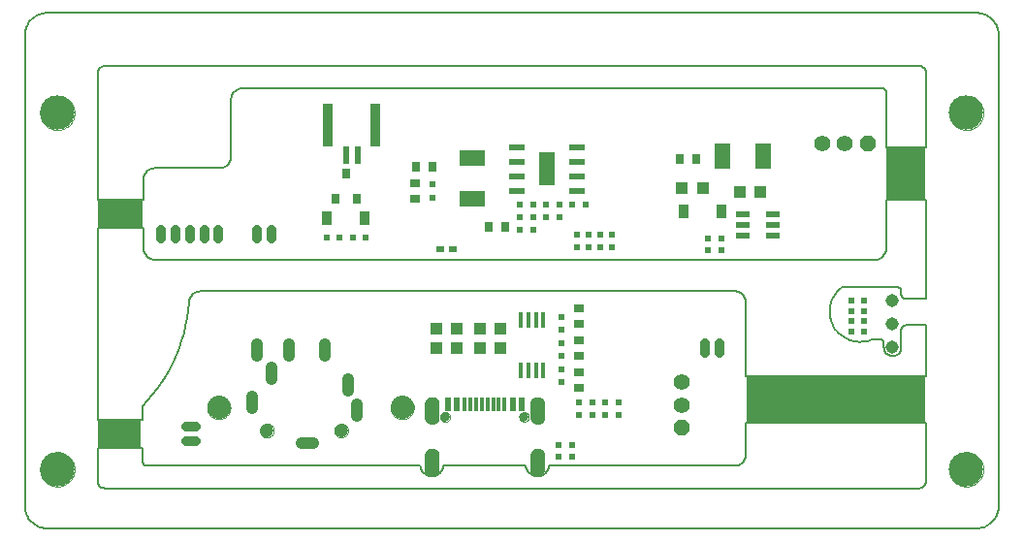
<source format=gts>
G75*
G70*
%OFA0B0*%
%FSLAX24Y24*%
%IPPOS*%
%LPD*%
%AMOC8*
5,1,8,0,0,1.08239X$1,22.5*
%
%ADD10C,0.0050*%
%ADD11C,0.0000*%
%ADD12C,0.1181*%
%ADD13R,0.6150X0.1600*%
%ADD14R,0.1550X0.1000*%
%ADD15R,0.1350X0.1800*%
%ADD16R,0.1500X0.1000*%
%ADD17R,0.0197X0.0220*%
%ADD18R,0.0220X0.0197*%
%ADD19C,0.0450*%
%ADD20R,0.0236X0.0600*%
%ADD21R,0.0350X0.1450*%
%ADD22R,0.0394X0.0433*%
%ADD23R,0.0250X0.0197*%
%ADD24R,0.0472X0.0217*%
%ADD25R,0.0358X0.0480*%
%ADD26R,0.0551X0.0906*%
%ADD27R,0.0157X0.0551*%
%ADD28R,0.0354X0.0250*%
%ADD29R,0.0250X0.0354*%
%ADD30R,0.0315X0.0354*%
%ADD31R,0.0551X0.0236*%
%ADD32R,0.0551X0.1181*%
%ADD33R,0.0906X0.0551*%
%ADD34C,0.0800*%
%ADD35C,0.0472*%
%ADD36C,0.0400*%
%ADD37R,0.0118X0.0450*%
%ADD38R,0.0236X0.0450*%
%ADD39C,0.0330*%
%ADD40C,0.0004*%
%ADD41C,0.0550*%
%ADD42OC8,0.0550*%
%ADD43C,0.0317*%
D10*
X001677Y000927D02*
X033631Y000927D01*
X033630Y000927D02*
X033684Y000929D01*
X033738Y000934D01*
X033791Y000943D01*
X033844Y000956D01*
X033895Y000973D01*
X033945Y000993D01*
X033993Y001017D01*
X034040Y001044D01*
X034085Y001075D01*
X034127Y001108D01*
X034167Y001145D01*
X034204Y001184D01*
X034238Y001226D01*
X034269Y001270D01*
X034297Y001316D01*
X034321Y001364D01*
X034342Y001414D01*
X034360Y001465D01*
X034374Y001517D01*
X034384Y001570D01*
X034390Y001624D01*
X034392Y001677D01*
X034392Y017896D01*
X034392Y017895D02*
X034390Y017949D01*
X034383Y018003D01*
X034373Y018056D01*
X034360Y018108D01*
X034342Y018159D01*
X034321Y018209D01*
X034297Y018257D01*
X034269Y018303D01*
X034237Y018347D01*
X034203Y018388D01*
X034166Y018427D01*
X034126Y018464D01*
X034084Y018497D01*
X034040Y018528D01*
X033993Y018555D01*
X033945Y018578D01*
X033895Y018599D01*
X033843Y018615D01*
X033791Y018628D01*
X033738Y018637D01*
X033684Y018643D01*
X033631Y018644D01*
X001677Y018644D01*
X001624Y018642D01*
X001570Y018637D01*
X001518Y018627D01*
X001466Y018614D01*
X001415Y018597D01*
X001366Y018577D01*
X001318Y018553D01*
X001272Y018526D01*
X001228Y018495D01*
X001186Y018462D01*
X001147Y018425D01*
X001111Y018386D01*
X001077Y018345D01*
X001046Y018301D01*
X001019Y018255D01*
X000995Y018207D01*
X000975Y018158D01*
X000958Y018107D01*
X000944Y018055D01*
X000935Y018003D01*
X000929Y017949D01*
X000927Y017896D01*
X000927Y001677D01*
X000929Y001623D01*
X000935Y001570D01*
X000944Y001518D01*
X000957Y001466D01*
X000974Y001415D01*
X000995Y001365D01*
X001019Y001318D01*
X001046Y001272D01*
X001077Y001228D01*
X001110Y001186D01*
X001147Y001147D01*
X001186Y001110D01*
X001228Y001077D01*
X001272Y001046D01*
X001318Y001019D01*
X001365Y000995D01*
X001415Y000974D01*
X001466Y000957D01*
X001518Y000944D01*
X001570Y000935D01*
X001623Y000929D01*
X001677Y000927D01*
X003677Y002305D02*
X031642Y002305D01*
X031672Y002307D01*
X031702Y002312D01*
X031731Y002321D01*
X031758Y002334D01*
X031784Y002349D01*
X031808Y002368D01*
X031829Y002389D01*
X031848Y002413D01*
X031863Y002439D01*
X031876Y002466D01*
X031885Y002495D01*
X031890Y002525D01*
X031892Y002555D01*
X031892Y004570D01*
X025710Y004570D01*
X025710Y003477D01*
X025708Y003438D01*
X025702Y003399D01*
X025693Y003361D01*
X025680Y003324D01*
X025663Y003288D01*
X025643Y003255D01*
X025619Y003223D01*
X025593Y003194D01*
X025564Y003168D01*
X025532Y003144D01*
X025499Y003124D01*
X025463Y003107D01*
X025426Y003094D01*
X025388Y003085D01*
X025349Y003079D01*
X025310Y003077D01*
X018928Y003077D01*
X018928Y003078D02*
X018923Y003039D01*
X018914Y003001D01*
X018901Y002964D01*
X018885Y002929D01*
X018865Y002895D01*
X018842Y002863D01*
X018816Y002834D01*
X018787Y002808D01*
X018756Y002785D01*
X018722Y002764D01*
X018687Y002748D01*
X018650Y002734D01*
X018613Y002725D01*
X018574Y002719D01*
X018535Y002717D01*
X018496Y002719D01*
X018457Y002725D01*
X018420Y002734D01*
X018383Y002748D01*
X018348Y002764D01*
X018314Y002785D01*
X018283Y002808D01*
X018254Y002834D01*
X018228Y002863D01*
X018205Y002895D01*
X018185Y002929D01*
X018169Y002964D01*
X018156Y003001D01*
X018147Y003039D01*
X018142Y003078D01*
X018141Y003077D02*
X015298Y003077D01*
X015298Y003078D02*
X015293Y003039D01*
X015284Y003001D01*
X015271Y002964D01*
X015255Y002929D01*
X015235Y002895D01*
X015212Y002863D01*
X015186Y002834D01*
X015157Y002808D01*
X015126Y002785D01*
X015092Y002764D01*
X015057Y002748D01*
X015020Y002734D01*
X014983Y002725D01*
X014944Y002719D01*
X014905Y002717D01*
X014866Y002719D01*
X014827Y002725D01*
X014790Y002734D01*
X014753Y002748D01*
X014718Y002764D01*
X014684Y002785D01*
X014653Y002808D01*
X014624Y002834D01*
X014598Y002863D01*
X014575Y002895D01*
X014555Y002929D01*
X014539Y002964D01*
X014526Y003001D01*
X014517Y003039D01*
X014512Y003078D01*
X014511Y003077D02*
X005110Y003077D01*
X005085Y003082D01*
X005062Y003091D01*
X005039Y003103D01*
X005019Y003118D01*
X005001Y003136D01*
X004986Y003156D01*
X004974Y003178D01*
X004965Y003202D01*
X004960Y003227D01*
X004958Y003252D01*
X004960Y003277D01*
X004960Y003683D01*
X003427Y003683D01*
X003427Y002527D01*
X003431Y002499D01*
X003438Y002471D01*
X003448Y002444D01*
X003461Y002419D01*
X003477Y002396D01*
X003496Y002374D01*
X003517Y002355D01*
X003541Y002339D01*
X003566Y002326D01*
X003593Y002316D01*
X003620Y002309D01*
X003648Y002305D01*
X003677Y002305D01*
X003427Y004671D02*
X004960Y004671D01*
X004960Y005127D01*
X003427Y004671D02*
X003427Y011245D01*
X004994Y011245D01*
X004994Y010564D01*
X004996Y010525D01*
X005002Y010486D01*
X005011Y010448D01*
X005024Y010411D01*
X005041Y010375D01*
X005061Y010342D01*
X005085Y010310D01*
X005111Y010281D01*
X005140Y010255D01*
X005172Y010231D01*
X005205Y010211D01*
X005241Y010194D01*
X005278Y010181D01*
X005316Y010172D01*
X005355Y010166D01*
X005394Y010164D01*
X030138Y010164D01*
X030177Y010166D01*
X030216Y010172D01*
X030254Y010181D01*
X030291Y010194D01*
X030327Y010211D01*
X030360Y010231D01*
X030392Y010255D01*
X030421Y010281D01*
X030447Y010310D01*
X030471Y010342D01*
X030491Y010375D01*
X030508Y010411D01*
X030521Y010448D01*
X030530Y010486D01*
X030536Y010525D01*
X030538Y010564D01*
X030538Y012220D01*
X031892Y012220D01*
X031892Y008810D01*
X031192Y008810D01*
X031169Y008814D01*
X031147Y008821D01*
X031126Y008831D01*
X031107Y008844D01*
X031090Y008860D01*
X031076Y008878D01*
X031064Y008898D01*
X031055Y008919D01*
X031049Y008941D01*
X031046Y008964D01*
X031047Y008987D01*
X031046Y008988D02*
X031046Y009050D01*
X031046Y009073D01*
X031042Y009096D01*
X031036Y009118D01*
X031026Y009139D01*
X031014Y009158D01*
X030999Y009175D01*
X030981Y009190D01*
X030962Y009203D01*
X030941Y009212D01*
X030919Y009218D01*
X030896Y009222D01*
X029019Y009222D01*
X028969Y009184D01*
X028921Y009143D01*
X028876Y009099D01*
X028834Y009053D01*
X028794Y009004D01*
X028758Y008952D01*
X028725Y008899D01*
X028695Y008844D01*
X028668Y008787D01*
X028645Y008728D01*
X028626Y008668D01*
X028610Y008607D01*
X028598Y008546D01*
X028589Y008483D01*
X028585Y008420D01*
X028584Y008358D01*
X028587Y008295D01*
X028594Y008232D01*
X028605Y008170D01*
X028619Y008109D01*
X028637Y008049D01*
X028659Y007990D01*
X028684Y007932D01*
X028713Y007876D01*
X028745Y007822D01*
X028780Y007770D01*
X028818Y007720D01*
X028859Y007672D01*
X028904Y007627D01*
X028950Y007585D01*
X028999Y007546D01*
X029051Y007510D01*
X029104Y007477D01*
X029160Y007447D01*
X029217Y007421D01*
X029275Y007398D01*
X029335Y007379D01*
X029396Y007363D01*
X029458Y007351D01*
X029520Y007343D01*
X029583Y007339D01*
X029646Y007338D01*
X029709Y007342D01*
X029771Y007349D01*
X029833Y007360D01*
X029895Y007374D01*
X029955Y007392D01*
X030014Y007414D01*
X030071Y007440D01*
X030267Y007440D01*
X030293Y007438D01*
X030318Y007433D01*
X030342Y007424D01*
X030364Y007411D01*
X030385Y007396D01*
X030403Y007378D01*
X030418Y007357D01*
X030431Y007335D01*
X030440Y007311D01*
X030445Y007286D01*
X030447Y007260D01*
X030447Y007147D01*
X030448Y007147D02*
X030450Y007114D01*
X030455Y007080D01*
X030465Y007048D01*
X030478Y007017D01*
X030494Y006988D01*
X030513Y006961D01*
X030536Y006936D01*
X030561Y006913D01*
X030588Y006894D01*
X030617Y006878D01*
X030648Y006865D01*
X030680Y006855D01*
X030714Y006850D01*
X030747Y006848D01*
X030780Y006850D01*
X030814Y006855D01*
X030846Y006865D01*
X030877Y006878D01*
X030906Y006894D01*
X030933Y006913D01*
X030958Y006936D01*
X030981Y006961D01*
X031000Y006988D01*
X031016Y007017D01*
X031029Y007048D01*
X031039Y007080D01*
X031044Y007114D01*
X031046Y007147D01*
X031046Y007761D01*
X031047Y007761D02*
X031050Y007784D01*
X031057Y007806D01*
X031067Y007827D01*
X031080Y007847D01*
X031095Y007864D01*
X031113Y007879D01*
X031133Y007891D01*
X031154Y007901D01*
X031177Y007907D01*
X031200Y007910D01*
X031223Y007909D01*
X031223Y007910D02*
X031892Y007910D01*
X031892Y006158D01*
X025710Y006158D01*
X025710Y008677D01*
X025708Y008716D01*
X025702Y008755D01*
X025693Y008793D01*
X025680Y008830D01*
X025663Y008866D01*
X025643Y008899D01*
X025619Y008931D01*
X025593Y008960D01*
X025564Y008986D01*
X025532Y009010D01*
X025499Y009030D01*
X025463Y009047D01*
X025426Y009060D01*
X025388Y009069D01*
X025349Y009075D01*
X025310Y009077D01*
X006960Y009077D01*
X006921Y009075D01*
X006882Y009069D01*
X006844Y009060D01*
X006807Y009047D01*
X006771Y009030D01*
X006738Y009010D01*
X006706Y008986D01*
X006677Y008960D01*
X006651Y008931D01*
X006627Y008899D01*
X006607Y008866D01*
X006590Y008830D01*
X006577Y008793D01*
X006568Y008755D01*
X006562Y008716D01*
X006560Y008677D01*
X006534Y008413D01*
X006496Y008151D01*
X006446Y007891D01*
X006384Y007633D01*
X006310Y007379D01*
X006224Y007129D01*
X006126Y006882D01*
X006017Y006641D01*
X005897Y006404D01*
X005767Y006174D01*
X005625Y005950D01*
X005473Y005733D01*
X005312Y005523D01*
X005141Y005321D01*
X004960Y005127D01*
X004994Y012233D02*
X003427Y012233D01*
X003427Y016586D01*
X003429Y016616D01*
X003434Y016646D01*
X003443Y016675D01*
X003456Y016702D01*
X003471Y016728D01*
X003490Y016752D01*
X003511Y016773D01*
X003535Y016792D01*
X003561Y016807D01*
X003588Y016820D01*
X003617Y016829D01*
X003647Y016834D01*
X003677Y016836D01*
X031642Y016836D01*
X031672Y016834D01*
X031702Y016829D01*
X031731Y016820D01*
X031758Y016807D01*
X031784Y016792D01*
X031808Y016773D01*
X031829Y016752D01*
X031848Y016728D01*
X031863Y016702D01*
X031876Y016675D01*
X031885Y016646D01*
X031890Y016616D01*
X031892Y016586D01*
X031892Y014008D01*
X030538Y014008D01*
X030538Y015914D01*
X030536Y015937D01*
X030531Y015960D01*
X030522Y015982D01*
X030509Y016002D01*
X030494Y016020D01*
X030476Y016035D01*
X030456Y016048D01*
X030434Y016057D01*
X030411Y016062D01*
X030388Y016064D01*
X008410Y016064D01*
X008371Y016062D01*
X008332Y016056D01*
X008294Y016047D01*
X008257Y016034D01*
X008221Y016017D01*
X008188Y015997D01*
X008156Y015973D01*
X008127Y015947D01*
X008101Y015918D01*
X008077Y015886D01*
X008057Y015853D01*
X008040Y015817D01*
X008027Y015780D01*
X008018Y015742D01*
X008012Y015703D01*
X008010Y015664D01*
X008010Y013714D01*
X008008Y013675D01*
X008002Y013636D01*
X007993Y013598D01*
X007980Y013561D01*
X007963Y013525D01*
X007943Y013492D01*
X007919Y013460D01*
X007893Y013431D01*
X007864Y013405D01*
X007832Y013381D01*
X007799Y013361D01*
X007763Y013344D01*
X007726Y013331D01*
X007688Y013322D01*
X007649Y013316D01*
X007610Y013314D01*
X005394Y013314D01*
X005355Y013312D01*
X005316Y013306D01*
X005278Y013297D01*
X005241Y013284D01*
X005205Y013267D01*
X005172Y013247D01*
X005140Y013223D01*
X005111Y013197D01*
X005085Y013168D01*
X005061Y013136D01*
X005041Y013103D01*
X005024Y013067D01*
X005011Y013030D01*
X005002Y012992D01*
X004996Y012953D01*
X004994Y012914D01*
X004994Y012233D01*
D11*
X001440Y015215D02*
X001442Y015263D01*
X001448Y015311D01*
X001458Y015358D01*
X001471Y015404D01*
X001489Y015449D01*
X001509Y015493D01*
X001534Y015535D01*
X001562Y015574D01*
X001592Y015611D01*
X001626Y015645D01*
X001663Y015677D01*
X001701Y015706D01*
X001742Y015731D01*
X001785Y015753D01*
X001830Y015771D01*
X001876Y015785D01*
X001923Y015796D01*
X001971Y015803D01*
X002019Y015806D01*
X002067Y015805D01*
X002115Y015800D01*
X002163Y015791D01*
X002209Y015779D01*
X002254Y015762D01*
X002298Y015742D01*
X002340Y015719D01*
X002380Y015692D01*
X002418Y015662D01*
X002453Y015629D01*
X002485Y015593D01*
X002515Y015555D01*
X002541Y015514D01*
X002563Y015471D01*
X002583Y015427D01*
X002598Y015382D01*
X002610Y015335D01*
X002618Y015287D01*
X002622Y015239D01*
X002622Y015191D01*
X002618Y015143D01*
X002610Y015095D01*
X002598Y015048D01*
X002583Y015003D01*
X002563Y014959D01*
X002541Y014916D01*
X002515Y014875D01*
X002485Y014837D01*
X002453Y014801D01*
X002418Y014768D01*
X002380Y014738D01*
X002340Y014711D01*
X002298Y014688D01*
X002254Y014668D01*
X002209Y014651D01*
X002163Y014639D01*
X002115Y014630D01*
X002067Y014625D01*
X002019Y014624D01*
X001971Y014627D01*
X001923Y014634D01*
X001876Y014645D01*
X001830Y014659D01*
X001785Y014677D01*
X001742Y014699D01*
X001701Y014724D01*
X001663Y014753D01*
X001626Y014785D01*
X001592Y014819D01*
X001562Y014856D01*
X001534Y014895D01*
X001509Y014937D01*
X001489Y014981D01*
X001471Y015026D01*
X001458Y015072D01*
X001448Y015119D01*
X001442Y015167D01*
X001440Y015215D01*
X007182Y005080D02*
X007184Y005120D01*
X007190Y005159D01*
X007200Y005198D01*
X007213Y005235D01*
X007231Y005271D01*
X007252Y005305D01*
X007276Y005337D01*
X007303Y005366D01*
X007333Y005393D01*
X007365Y005416D01*
X007400Y005436D01*
X007436Y005452D01*
X007474Y005465D01*
X007513Y005474D01*
X007552Y005479D01*
X007592Y005480D01*
X007632Y005477D01*
X007671Y005470D01*
X007709Y005459D01*
X007747Y005445D01*
X007782Y005426D01*
X007815Y005405D01*
X007847Y005380D01*
X007875Y005352D01*
X007901Y005322D01*
X007923Y005289D01*
X007942Y005254D01*
X007958Y005217D01*
X007970Y005179D01*
X007978Y005140D01*
X007982Y005100D01*
X007982Y005060D01*
X007978Y005020D01*
X007970Y004981D01*
X007958Y004943D01*
X007942Y004906D01*
X007923Y004871D01*
X007901Y004838D01*
X007875Y004808D01*
X007847Y004780D01*
X007815Y004755D01*
X007782Y004734D01*
X007747Y004715D01*
X007709Y004701D01*
X007671Y004690D01*
X007632Y004683D01*
X007592Y004680D01*
X007552Y004681D01*
X007513Y004686D01*
X007474Y004695D01*
X007436Y004708D01*
X007400Y004724D01*
X007365Y004744D01*
X007333Y004767D01*
X007303Y004794D01*
X007276Y004823D01*
X007252Y004855D01*
X007231Y004889D01*
X007213Y004925D01*
X007200Y004962D01*
X007190Y005001D01*
X007184Y005040D01*
X007182Y005080D01*
X009001Y004288D02*
X009003Y004318D01*
X009009Y004348D01*
X009018Y004377D01*
X009031Y004404D01*
X009048Y004429D01*
X009067Y004452D01*
X009090Y004473D01*
X009115Y004490D01*
X009141Y004504D01*
X009170Y004514D01*
X009199Y004521D01*
X009229Y004524D01*
X009260Y004523D01*
X009290Y004518D01*
X009319Y004509D01*
X009346Y004497D01*
X009372Y004482D01*
X009396Y004463D01*
X009417Y004441D01*
X009435Y004417D01*
X009450Y004390D01*
X009461Y004362D01*
X009469Y004333D01*
X009473Y004303D01*
X009473Y004273D01*
X009469Y004243D01*
X009461Y004214D01*
X009450Y004186D01*
X009435Y004159D01*
X009417Y004135D01*
X009396Y004113D01*
X009372Y004094D01*
X009346Y004079D01*
X009319Y004067D01*
X009290Y004058D01*
X009260Y004053D01*
X009229Y004052D01*
X009199Y004055D01*
X009170Y004062D01*
X009141Y004072D01*
X009115Y004086D01*
X009090Y004103D01*
X009067Y004124D01*
X009048Y004147D01*
X009031Y004172D01*
X009018Y004199D01*
X009009Y004228D01*
X009003Y004258D01*
X009001Y004288D01*
X011560Y004288D02*
X011562Y004318D01*
X011568Y004348D01*
X011577Y004377D01*
X011590Y004404D01*
X011607Y004429D01*
X011626Y004452D01*
X011649Y004473D01*
X011674Y004490D01*
X011700Y004504D01*
X011729Y004514D01*
X011758Y004521D01*
X011788Y004524D01*
X011819Y004523D01*
X011849Y004518D01*
X011878Y004509D01*
X011905Y004497D01*
X011931Y004482D01*
X011955Y004463D01*
X011976Y004441D01*
X011994Y004417D01*
X012009Y004390D01*
X012020Y004362D01*
X012028Y004333D01*
X012032Y004303D01*
X012032Y004273D01*
X012028Y004243D01*
X012020Y004214D01*
X012009Y004186D01*
X011994Y004159D01*
X011976Y004135D01*
X011955Y004113D01*
X011931Y004094D01*
X011905Y004079D01*
X011878Y004067D01*
X011849Y004058D01*
X011819Y004053D01*
X011788Y004052D01*
X011758Y004055D01*
X011729Y004062D01*
X011700Y004072D01*
X011674Y004086D01*
X011649Y004103D01*
X011626Y004124D01*
X011607Y004147D01*
X011590Y004172D01*
X011577Y004199D01*
X011568Y004228D01*
X011562Y004258D01*
X011560Y004288D01*
X013487Y005080D02*
X013489Y005120D01*
X013495Y005159D01*
X013505Y005198D01*
X013518Y005235D01*
X013536Y005271D01*
X013557Y005305D01*
X013581Y005337D01*
X013608Y005366D01*
X013638Y005393D01*
X013670Y005416D01*
X013705Y005436D01*
X013741Y005452D01*
X013779Y005465D01*
X013818Y005474D01*
X013857Y005479D01*
X013897Y005480D01*
X013937Y005477D01*
X013976Y005470D01*
X014014Y005459D01*
X014052Y005445D01*
X014087Y005426D01*
X014120Y005405D01*
X014152Y005380D01*
X014180Y005352D01*
X014206Y005322D01*
X014228Y005289D01*
X014247Y005254D01*
X014263Y005217D01*
X014275Y005179D01*
X014283Y005140D01*
X014287Y005100D01*
X014287Y005060D01*
X014283Y005020D01*
X014275Y004981D01*
X014263Y004943D01*
X014247Y004906D01*
X014228Y004871D01*
X014206Y004838D01*
X014180Y004808D01*
X014152Y004780D01*
X014120Y004755D01*
X014087Y004734D01*
X014052Y004715D01*
X014014Y004701D01*
X013976Y004690D01*
X013937Y004683D01*
X013897Y004680D01*
X013857Y004681D01*
X013818Y004686D01*
X013779Y004695D01*
X013741Y004708D01*
X013705Y004724D01*
X013670Y004744D01*
X013638Y004767D01*
X013608Y004794D01*
X013581Y004823D01*
X013557Y004855D01*
X013536Y004889D01*
X013518Y004925D01*
X013505Y004962D01*
X013495Y005001D01*
X013489Y005040D01*
X013487Y005080D01*
X015196Y004757D02*
X015198Y004782D01*
X015204Y004807D01*
X015213Y004830D01*
X015226Y004852D01*
X015242Y004871D01*
X015261Y004888D01*
X015282Y004902D01*
X015305Y004912D01*
X015330Y004919D01*
X015355Y004922D01*
X015380Y004921D01*
X015405Y004916D01*
X015428Y004908D01*
X015451Y004895D01*
X015471Y004880D01*
X015488Y004862D01*
X015503Y004841D01*
X015514Y004819D01*
X015522Y004795D01*
X015526Y004770D01*
X015526Y004744D01*
X015522Y004719D01*
X015514Y004695D01*
X015503Y004673D01*
X015488Y004652D01*
X015471Y004634D01*
X015451Y004619D01*
X015428Y004606D01*
X015405Y004598D01*
X015380Y004593D01*
X015355Y004592D01*
X015330Y004595D01*
X015305Y004602D01*
X015282Y004612D01*
X015261Y004626D01*
X015242Y004643D01*
X015226Y004662D01*
X015213Y004684D01*
X015204Y004707D01*
X015198Y004732D01*
X015196Y004757D01*
X017913Y004757D02*
X017915Y004782D01*
X017921Y004807D01*
X017930Y004830D01*
X017943Y004852D01*
X017959Y004871D01*
X017978Y004888D01*
X017999Y004902D01*
X018022Y004912D01*
X018047Y004919D01*
X018072Y004922D01*
X018097Y004921D01*
X018122Y004916D01*
X018145Y004908D01*
X018168Y004895D01*
X018188Y004880D01*
X018205Y004862D01*
X018220Y004841D01*
X018231Y004819D01*
X018239Y004795D01*
X018243Y004770D01*
X018243Y004744D01*
X018239Y004719D01*
X018231Y004695D01*
X018220Y004673D01*
X018205Y004652D01*
X018188Y004634D01*
X018168Y004619D01*
X018145Y004606D01*
X018122Y004598D01*
X018097Y004593D01*
X018072Y004592D01*
X018047Y004595D01*
X018022Y004602D01*
X017999Y004612D01*
X017978Y004626D01*
X017959Y004643D01*
X017943Y004662D01*
X017930Y004684D01*
X017921Y004707D01*
X017915Y004732D01*
X017913Y004757D01*
X032687Y002959D02*
X032689Y003007D01*
X032695Y003055D01*
X032705Y003102D01*
X032718Y003148D01*
X032736Y003193D01*
X032756Y003237D01*
X032781Y003279D01*
X032809Y003318D01*
X032839Y003355D01*
X032873Y003389D01*
X032910Y003421D01*
X032948Y003450D01*
X032989Y003475D01*
X033032Y003497D01*
X033077Y003515D01*
X033123Y003529D01*
X033170Y003540D01*
X033218Y003547D01*
X033266Y003550D01*
X033314Y003549D01*
X033362Y003544D01*
X033410Y003535D01*
X033456Y003523D01*
X033501Y003506D01*
X033545Y003486D01*
X033587Y003463D01*
X033627Y003436D01*
X033665Y003406D01*
X033700Y003373D01*
X033732Y003337D01*
X033762Y003299D01*
X033788Y003258D01*
X033810Y003215D01*
X033830Y003171D01*
X033845Y003126D01*
X033857Y003079D01*
X033865Y003031D01*
X033869Y002983D01*
X033869Y002935D01*
X033865Y002887D01*
X033857Y002839D01*
X033845Y002792D01*
X033830Y002747D01*
X033810Y002703D01*
X033788Y002660D01*
X033762Y002619D01*
X033732Y002581D01*
X033700Y002545D01*
X033665Y002512D01*
X033627Y002482D01*
X033587Y002455D01*
X033545Y002432D01*
X033501Y002412D01*
X033456Y002395D01*
X033410Y002383D01*
X033362Y002374D01*
X033314Y002369D01*
X033266Y002368D01*
X033218Y002371D01*
X033170Y002378D01*
X033123Y002389D01*
X033077Y002403D01*
X033032Y002421D01*
X032989Y002443D01*
X032948Y002468D01*
X032910Y002497D01*
X032873Y002529D01*
X032839Y002563D01*
X032809Y002600D01*
X032781Y002639D01*
X032756Y002681D01*
X032736Y002725D01*
X032718Y002770D01*
X032705Y002816D01*
X032695Y002863D01*
X032689Y002911D01*
X032687Y002959D01*
X032687Y015215D02*
X032689Y015263D01*
X032695Y015311D01*
X032705Y015358D01*
X032718Y015404D01*
X032736Y015449D01*
X032756Y015493D01*
X032781Y015535D01*
X032809Y015574D01*
X032839Y015611D01*
X032873Y015645D01*
X032910Y015677D01*
X032948Y015706D01*
X032989Y015731D01*
X033032Y015753D01*
X033077Y015771D01*
X033123Y015785D01*
X033170Y015796D01*
X033218Y015803D01*
X033266Y015806D01*
X033314Y015805D01*
X033362Y015800D01*
X033410Y015791D01*
X033456Y015779D01*
X033501Y015762D01*
X033545Y015742D01*
X033587Y015719D01*
X033627Y015692D01*
X033665Y015662D01*
X033700Y015629D01*
X033732Y015593D01*
X033762Y015555D01*
X033788Y015514D01*
X033810Y015471D01*
X033830Y015427D01*
X033845Y015382D01*
X033857Y015335D01*
X033865Y015287D01*
X033869Y015239D01*
X033869Y015191D01*
X033865Y015143D01*
X033857Y015095D01*
X033845Y015048D01*
X033830Y015003D01*
X033810Y014959D01*
X033788Y014916D01*
X033762Y014875D01*
X033732Y014837D01*
X033700Y014801D01*
X033665Y014768D01*
X033627Y014738D01*
X033587Y014711D01*
X033545Y014688D01*
X033501Y014668D01*
X033456Y014651D01*
X033410Y014639D01*
X033362Y014630D01*
X033314Y014625D01*
X033266Y014624D01*
X033218Y014627D01*
X033170Y014634D01*
X033123Y014645D01*
X033077Y014659D01*
X033032Y014677D01*
X032989Y014699D01*
X032948Y014724D01*
X032910Y014753D01*
X032873Y014785D01*
X032839Y014819D01*
X032809Y014856D01*
X032781Y014895D01*
X032756Y014937D01*
X032736Y014981D01*
X032718Y015026D01*
X032705Y015072D01*
X032695Y015119D01*
X032689Y015167D01*
X032687Y015215D01*
X001440Y002959D02*
X001442Y003007D01*
X001448Y003055D01*
X001458Y003102D01*
X001471Y003148D01*
X001489Y003193D01*
X001509Y003237D01*
X001534Y003279D01*
X001562Y003318D01*
X001592Y003355D01*
X001626Y003389D01*
X001663Y003421D01*
X001701Y003450D01*
X001742Y003475D01*
X001785Y003497D01*
X001830Y003515D01*
X001876Y003529D01*
X001923Y003540D01*
X001971Y003547D01*
X002019Y003550D01*
X002067Y003549D01*
X002115Y003544D01*
X002163Y003535D01*
X002209Y003523D01*
X002254Y003506D01*
X002298Y003486D01*
X002340Y003463D01*
X002380Y003436D01*
X002418Y003406D01*
X002453Y003373D01*
X002485Y003337D01*
X002515Y003299D01*
X002541Y003258D01*
X002563Y003215D01*
X002583Y003171D01*
X002598Y003126D01*
X002610Y003079D01*
X002618Y003031D01*
X002622Y002983D01*
X002622Y002935D01*
X002618Y002887D01*
X002610Y002839D01*
X002598Y002792D01*
X002583Y002747D01*
X002563Y002703D01*
X002541Y002660D01*
X002515Y002619D01*
X002485Y002581D01*
X002453Y002545D01*
X002418Y002512D01*
X002380Y002482D01*
X002340Y002455D01*
X002298Y002432D01*
X002254Y002412D01*
X002209Y002395D01*
X002163Y002383D01*
X002115Y002374D01*
X002067Y002369D01*
X002019Y002368D01*
X001971Y002371D01*
X001923Y002378D01*
X001876Y002389D01*
X001830Y002403D01*
X001785Y002421D01*
X001742Y002443D01*
X001701Y002468D01*
X001663Y002497D01*
X001626Y002529D01*
X001592Y002563D01*
X001562Y002600D01*
X001534Y002639D01*
X001509Y002681D01*
X001489Y002725D01*
X001471Y002770D01*
X001458Y002816D01*
X001448Y002863D01*
X001442Y002911D01*
X001440Y002959D01*
D12*
X002031Y002959D03*
X002031Y015215D03*
X033278Y015215D03*
X033278Y002959D03*
D13*
X028802Y005377D03*
D14*
X004202Y011727D03*
D15*
X031202Y013127D03*
D16*
X004177Y004177D03*
D17*
X014944Y012305D03*
X014944Y012752D03*
X019884Y011038D03*
X020284Y011038D03*
X020684Y011038D03*
X021084Y011038D03*
X021084Y010592D03*
X020684Y010592D03*
X020284Y010592D03*
X019884Y010592D03*
X019358Y008195D03*
X019358Y007749D03*
X019358Y007295D03*
X019358Y006849D03*
X019358Y006405D03*
X019358Y005958D03*
D18*
X019974Y005249D03*
X020421Y005249D03*
X020421Y004823D03*
X019974Y004823D03*
X020868Y004823D03*
X021315Y004823D03*
X021315Y005249D03*
X020868Y005249D03*
X019724Y003789D03*
X019278Y003789D03*
X019278Y003379D03*
X019724Y003379D03*
X029323Y007682D03*
X029770Y007682D03*
X029770Y008042D03*
X029770Y008402D03*
X029323Y008402D03*
X029323Y008042D03*
X029323Y008762D03*
X029770Y008762D03*
X024859Y010477D03*
X024412Y010477D03*
X024412Y010888D03*
X024859Y010888D03*
X020189Y012047D03*
X019742Y012047D03*
X019289Y012047D03*
X018842Y012047D03*
X018389Y012047D03*
X018389Y011616D03*
X018842Y011616D03*
X019289Y011616D03*
X018389Y011190D03*
X017942Y011190D03*
X017942Y011616D03*
X017942Y012047D03*
X012628Y010927D03*
X012182Y010927D03*
X011728Y010927D03*
X011282Y010927D03*
D19*
X030746Y008752D03*
X030746Y007952D03*
X030746Y007152D03*
D20*
X012353Y013747D03*
X011959Y013747D03*
D21*
X011347Y014792D03*
X012964Y014792D03*
D22*
X023509Y012627D03*
X024219Y012627D03*
X025493Y012477D03*
X026203Y012477D03*
X017262Y007780D03*
X016553Y007780D03*
X015762Y007781D03*
X015053Y007781D03*
X015053Y007130D03*
X015762Y007130D03*
X016553Y007130D03*
X017262Y007130D03*
D23*
X015645Y010512D03*
X015205Y010512D03*
D24*
X025610Y010988D03*
X025610Y011362D03*
X025610Y011736D03*
X026634Y011736D03*
X026634Y011362D03*
X026634Y010988D03*
D25*
X024859Y011827D03*
X023569Y011827D03*
X012600Y011577D03*
X011310Y011577D03*
D26*
X024887Y013712D03*
X026284Y013712D03*
D27*
X018742Y008080D03*
X018486Y008080D03*
X018230Y008080D03*
X017974Y008080D03*
X017974Y006347D03*
X018230Y006347D03*
X018486Y006347D03*
X018742Y006347D03*
D28*
X019970Y006301D03*
X019970Y005754D03*
X019972Y006854D03*
X019972Y007401D03*
X019972Y007954D03*
X019972Y008501D03*
X014341Y012255D03*
X014341Y012802D03*
D29*
X014369Y013355D03*
X014915Y013355D03*
X016872Y011289D03*
X017418Y011289D03*
X023441Y013612D03*
X023988Y013612D03*
D30*
X012329Y012254D03*
X011581Y012254D03*
X011955Y013110D03*
D31*
X017822Y013038D03*
X017822Y012538D03*
X017822Y013538D03*
X017822Y014038D03*
X019909Y014038D03*
X019909Y013538D03*
X019909Y013038D03*
X019909Y012538D03*
D32*
X018866Y013288D03*
D33*
X016292Y013660D03*
X016292Y012262D03*
D34*
X013887Y005080D03*
X007582Y005080D03*
D35*
X009237Y004288D03*
X011796Y004288D03*
D36*
X012347Y004797D02*
X012347Y005197D01*
X012033Y005663D02*
X012033Y006063D01*
X011245Y006844D02*
X011245Y007244D01*
X009985Y007244D02*
X009985Y006844D01*
X009395Y006457D02*
X009395Y006057D01*
X008725Y005473D02*
X008725Y005073D01*
X010415Y003855D02*
X010815Y003855D01*
X008883Y006844D02*
X008883Y007244D01*
D37*
X016031Y005203D03*
X016228Y005203D03*
X016424Y005203D03*
X016621Y005203D03*
X016818Y005203D03*
X017015Y005203D03*
X017212Y005203D03*
X017409Y005203D03*
D38*
X017684Y005203D03*
X017989Y005203D03*
X015755Y005203D03*
X015450Y005203D03*
D39*
X015361Y004757D03*
X018078Y004757D03*
D40*
X018299Y004756D02*
X018772Y004756D01*
X018772Y004754D02*
X018299Y004754D01*
X018299Y004751D02*
X018772Y004751D01*
X018772Y004749D02*
X018299Y004749D01*
X018299Y004747D02*
X018772Y004747D01*
X018772Y004744D02*
X018299Y004744D01*
X018299Y004742D02*
X018772Y004742D01*
X018772Y004740D02*
X018764Y004690D01*
X018745Y004643D01*
X018716Y004601D01*
X018678Y004567D01*
X018634Y004543D01*
X018586Y004528D01*
X018535Y004525D01*
X018485Y004528D01*
X018437Y004543D01*
X018393Y004567D01*
X018355Y004601D01*
X018326Y004643D01*
X018307Y004690D01*
X018299Y004740D01*
X018299Y005212D01*
X018305Y005256D01*
X018765Y005256D01*
X018765Y005258D02*
X018306Y005258D01*
X018305Y005256D02*
X018320Y005298D01*
X018342Y005337D01*
X018372Y005370D01*
X018408Y005397D01*
X018660Y005397D01*
X018656Y005400D02*
X018413Y005400D01*
X018418Y005402D02*
X018652Y005402D01*
X018648Y005405D02*
X018423Y005405D01*
X018428Y005407D02*
X018643Y005407D01*
X018639Y005410D02*
X018433Y005410D01*
X018438Y005412D02*
X018635Y005412D01*
X018679Y005386D01*
X018717Y005352D01*
X018745Y005310D01*
X018764Y005262D01*
X018772Y005212D01*
X018772Y004740D01*
X018772Y004739D02*
X018299Y004739D01*
X018300Y004737D02*
X018771Y004737D01*
X018771Y004734D02*
X018300Y004734D01*
X018300Y004732D02*
X018770Y004732D01*
X018770Y004730D02*
X018301Y004730D01*
X018301Y004727D02*
X018770Y004727D01*
X018769Y004725D02*
X018302Y004725D01*
X018302Y004722D02*
X018769Y004722D01*
X018768Y004720D02*
X018302Y004720D01*
X018303Y004717D02*
X018768Y004717D01*
X018768Y004715D02*
X018303Y004715D01*
X018304Y004712D02*
X018767Y004712D01*
X018767Y004710D02*
X018304Y004710D01*
X018304Y004708D02*
X018766Y004708D01*
X018766Y004705D02*
X018305Y004705D01*
X018305Y004703D02*
X018766Y004703D01*
X018765Y004700D02*
X018306Y004700D01*
X018306Y004698D02*
X018765Y004698D01*
X018765Y004695D02*
X018306Y004695D01*
X018307Y004693D02*
X018764Y004693D01*
X018764Y004691D02*
X018307Y004691D01*
X018308Y004688D02*
X018763Y004688D01*
X018762Y004686D02*
X018309Y004686D01*
X018310Y004683D02*
X018761Y004683D01*
X018760Y004681D02*
X018311Y004681D01*
X018312Y004678D02*
X018759Y004678D01*
X018758Y004676D02*
X018313Y004676D01*
X018314Y004673D02*
X018757Y004673D01*
X018756Y004671D02*
X018315Y004671D01*
X018316Y004669D02*
X018755Y004669D01*
X018754Y004666D02*
X018317Y004666D01*
X018318Y004664D02*
X018753Y004664D01*
X018752Y004661D02*
X018319Y004661D01*
X018320Y004659D02*
X018751Y004659D01*
X018750Y004656D02*
X018321Y004656D01*
X018322Y004654D02*
X018749Y004654D01*
X018748Y004652D02*
X018323Y004652D01*
X018324Y004649D02*
X018747Y004649D01*
X018746Y004647D02*
X018325Y004647D01*
X018326Y004644D02*
X018745Y004644D01*
X018744Y004642D02*
X018327Y004642D01*
X018329Y004639D02*
X018742Y004639D01*
X018740Y004637D02*
X018330Y004637D01*
X018332Y004634D02*
X018739Y004634D01*
X018737Y004632D02*
X018334Y004632D01*
X018336Y004630D02*
X018735Y004630D01*
X018734Y004627D02*
X018337Y004627D01*
X018339Y004625D02*
X018732Y004625D01*
X018730Y004622D02*
X018341Y004622D01*
X018342Y004620D02*
X018729Y004620D01*
X018727Y004617D02*
X018344Y004617D01*
X018346Y004615D02*
X018725Y004615D01*
X018723Y004613D02*
X018347Y004613D01*
X018349Y004610D02*
X018722Y004610D01*
X018720Y004608D02*
X018351Y004608D01*
X018353Y004605D02*
X018718Y004605D01*
X018717Y004603D02*
X018354Y004603D01*
X018356Y004600D02*
X018715Y004600D01*
X018712Y004598D02*
X018359Y004598D01*
X018362Y004595D02*
X018709Y004595D01*
X018706Y004593D02*
X018364Y004593D01*
X018367Y004591D02*
X018704Y004591D01*
X018701Y004588D02*
X018370Y004588D01*
X018372Y004586D02*
X018698Y004586D01*
X018696Y004583D02*
X018375Y004583D01*
X018378Y004581D02*
X018693Y004581D01*
X018690Y004578D02*
X018380Y004578D01*
X018383Y004576D02*
X018688Y004576D01*
X018685Y004574D02*
X018386Y004574D01*
X018389Y004571D02*
X018682Y004571D01*
X018680Y004569D02*
X018391Y004569D01*
X018395Y004566D02*
X018676Y004566D01*
X018672Y004564D02*
X018399Y004564D01*
X018403Y004561D02*
X018667Y004561D01*
X018663Y004559D02*
X018408Y004559D01*
X018412Y004556D02*
X018659Y004556D01*
X018654Y004554D02*
X018416Y004554D01*
X018421Y004552D02*
X018650Y004552D01*
X018646Y004549D02*
X018425Y004549D01*
X018429Y004547D02*
X018642Y004547D01*
X018637Y004544D02*
X018434Y004544D01*
X018439Y004542D02*
X018632Y004542D01*
X018623Y004539D02*
X018448Y004539D01*
X018456Y004537D02*
X018615Y004537D01*
X018607Y004535D02*
X018464Y004535D01*
X018472Y004532D02*
X018599Y004532D01*
X018591Y004530D02*
X018480Y004530D01*
X018501Y004527D02*
X018569Y004527D01*
X018772Y004759D02*
X018299Y004759D01*
X018299Y004761D02*
X018772Y004761D01*
X018772Y004764D02*
X018299Y004764D01*
X018299Y004766D02*
X018772Y004766D01*
X018772Y004769D02*
X018299Y004769D01*
X018299Y004771D02*
X018772Y004771D01*
X018772Y004773D02*
X018299Y004773D01*
X018299Y004776D02*
X018772Y004776D01*
X018772Y004778D02*
X018299Y004778D01*
X018299Y004781D02*
X018772Y004781D01*
X018772Y004783D02*
X018299Y004783D01*
X018299Y004786D02*
X018772Y004786D01*
X018772Y004788D02*
X018299Y004788D01*
X018299Y004790D02*
X018772Y004790D01*
X018772Y004793D02*
X018299Y004793D01*
X018299Y004795D02*
X018772Y004795D01*
X018772Y004798D02*
X018299Y004798D01*
X018299Y004800D02*
X018772Y004800D01*
X018772Y004803D02*
X018299Y004803D01*
X018299Y004805D02*
X018772Y004805D01*
X018772Y004808D02*
X018299Y004808D01*
X018299Y004810D02*
X018772Y004810D01*
X018772Y004812D02*
X018299Y004812D01*
X018299Y004815D02*
X018772Y004815D01*
X018772Y004817D02*
X018299Y004817D01*
X018299Y004820D02*
X018772Y004820D01*
X018772Y004822D02*
X018299Y004822D01*
X018299Y004825D02*
X018772Y004825D01*
X018772Y004827D02*
X018299Y004827D01*
X018299Y004829D02*
X018772Y004829D01*
X018772Y004832D02*
X018299Y004832D01*
X018299Y004834D02*
X018772Y004834D01*
X018772Y004837D02*
X018299Y004837D01*
X018299Y004839D02*
X018772Y004839D01*
X018772Y004842D02*
X018299Y004842D01*
X018299Y004844D02*
X018772Y004844D01*
X018772Y004847D02*
X018299Y004847D01*
X018299Y004849D02*
X018772Y004849D01*
X018772Y004851D02*
X018299Y004851D01*
X018299Y004854D02*
X018772Y004854D01*
X018772Y004856D02*
X018299Y004856D01*
X018299Y004859D02*
X018772Y004859D01*
X018772Y004861D02*
X018299Y004861D01*
X018299Y004864D02*
X018772Y004864D01*
X018772Y004866D02*
X018299Y004866D01*
X018299Y004868D02*
X018772Y004868D01*
X018772Y004871D02*
X018299Y004871D01*
X018299Y004873D02*
X018772Y004873D01*
X018772Y004876D02*
X018299Y004876D01*
X018299Y004878D02*
X018772Y004878D01*
X018772Y004881D02*
X018299Y004881D01*
X018299Y004883D02*
X018772Y004883D01*
X018772Y004886D02*
X018299Y004886D01*
X018299Y004888D02*
X018772Y004888D01*
X018772Y004890D02*
X018299Y004890D01*
X018299Y004893D02*
X018772Y004893D01*
X018772Y004895D02*
X018299Y004895D01*
X018299Y004898D02*
X018772Y004898D01*
X018772Y004900D02*
X018299Y004900D01*
X018299Y004903D02*
X018772Y004903D01*
X018772Y004905D02*
X018299Y004905D01*
X018299Y004907D02*
X018772Y004907D01*
X018772Y004910D02*
X018299Y004910D01*
X018299Y004912D02*
X018772Y004912D01*
X018772Y004915D02*
X018299Y004915D01*
X018299Y004917D02*
X018772Y004917D01*
X018772Y004920D02*
X018299Y004920D01*
X018299Y004922D02*
X018772Y004922D01*
X018772Y004924D02*
X018299Y004924D01*
X018299Y004927D02*
X018772Y004927D01*
X018772Y004929D02*
X018299Y004929D01*
X018299Y004932D02*
X018772Y004932D01*
X018772Y004934D02*
X018299Y004934D01*
X018299Y004937D02*
X018772Y004937D01*
X018772Y004939D02*
X018299Y004939D01*
X018299Y004942D02*
X018772Y004942D01*
X018772Y004944D02*
X018299Y004944D01*
X018299Y004946D02*
X018772Y004946D01*
X018772Y004949D02*
X018299Y004949D01*
X018299Y004951D02*
X018772Y004951D01*
X018772Y004954D02*
X018299Y004954D01*
X018299Y004956D02*
X018772Y004956D01*
X018772Y004959D02*
X018299Y004959D01*
X018299Y004961D02*
X018772Y004961D01*
X018772Y004963D02*
X018299Y004963D01*
X018299Y004966D02*
X018772Y004966D01*
X018772Y004968D02*
X018299Y004968D01*
X018299Y004971D02*
X018772Y004971D01*
X018772Y004973D02*
X018299Y004973D01*
X018299Y004976D02*
X018772Y004976D01*
X018772Y004978D02*
X018299Y004978D01*
X018299Y004981D02*
X018772Y004981D01*
X018772Y004983D02*
X018299Y004983D01*
X018299Y004985D02*
X018772Y004985D01*
X018772Y004988D02*
X018299Y004988D01*
X018299Y004990D02*
X018772Y004990D01*
X018772Y004993D02*
X018299Y004993D01*
X018299Y004995D02*
X018772Y004995D01*
X018772Y004998D02*
X018299Y004998D01*
X018299Y005000D02*
X018772Y005000D01*
X018772Y005002D02*
X018299Y005002D01*
X018299Y005005D02*
X018772Y005005D01*
X018772Y005007D02*
X018299Y005007D01*
X018299Y005010D02*
X018772Y005010D01*
X018772Y005012D02*
X018299Y005012D01*
X018299Y005015D02*
X018772Y005015D01*
X018772Y005017D02*
X018299Y005017D01*
X018299Y005020D02*
X018772Y005020D01*
X018772Y005022D02*
X018299Y005022D01*
X018299Y005024D02*
X018772Y005024D01*
X018772Y005027D02*
X018299Y005027D01*
X018299Y005029D02*
X018772Y005029D01*
X018772Y005032D02*
X018299Y005032D01*
X018299Y005034D02*
X018772Y005034D01*
X018772Y005037D02*
X018299Y005037D01*
X018299Y005039D02*
X018772Y005039D01*
X018772Y005041D02*
X018299Y005041D01*
X018299Y005044D02*
X018772Y005044D01*
X018772Y005046D02*
X018299Y005046D01*
X018299Y005049D02*
X018772Y005049D01*
X018772Y005051D02*
X018299Y005051D01*
X018299Y005054D02*
X018772Y005054D01*
X018772Y005056D02*
X018299Y005056D01*
X018299Y005059D02*
X018772Y005059D01*
X018772Y005061D02*
X018299Y005061D01*
X018299Y005063D02*
X018772Y005063D01*
X018772Y005066D02*
X018299Y005066D01*
X018299Y005068D02*
X018772Y005068D01*
X018772Y005071D02*
X018299Y005071D01*
X018299Y005073D02*
X018772Y005073D01*
X018772Y005076D02*
X018299Y005076D01*
X018299Y005078D02*
X018772Y005078D01*
X018772Y005080D02*
X018299Y005080D01*
X018299Y005083D02*
X018772Y005083D01*
X018772Y005085D02*
X018299Y005085D01*
X018299Y005088D02*
X018772Y005088D01*
X018772Y005090D02*
X018299Y005090D01*
X018299Y005093D02*
X018772Y005093D01*
X018772Y005095D02*
X018299Y005095D01*
X018299Y005098D02*
X018772Y005098D01*
X018772Y005100D02*
X018299Y005100D01*
X018299Y005102D02*
X018772Y005102D01*
X018772Y005105D02*
X018299Y005105D01*
X018299Y005107D02*
X018772Y005107D01*
X018772Y005110D02*
X018299Y005110D01*
X018299Y005112D02*
X018772Y005112D01*
X018772Y005115D02*
X018299Y005115D01*
X018299Y005117D02*
X018772Y005117D01*
X018772Y005119D02*
X018299Y005119D01*
X018299Y005122D02*
X018772Y005122D01*
X018772Y005124D02*
X018299Y005124D01*
X018299Y005127D02*
X018772Y005127D01*
X018772Y005129D02*
X018299Y005129D01*
X018299Y005132D02*
X018772Y005132D01*
X018772Y005134D02*
X018299Y005134D01*
X018299Y005137D02*
X018772Y005137D01*
X018772Y005139D02*
X018299Y005139D01*
X018299Y005141D02*
X018772Y005141D01*
X018772Y005144D02*
X018299Y005144D01*
X018299Y005146D02*
X018772Y005146D01*
X018772Y005149D02*
X018299Y005149D01*
X018299Y005151D02*
X018772Y005151D01*
X018772Y005154D02*
X018299Y005154D01*
X018299Y005156D02*
X018772Y005156D01*
X018772Y005158D02*
X018299Y005158D01*
X018299Y005161D02*
X018772Y005161D01*
X018772Y005163D02*
X018299Y005163D01*
X018299Y005166D02*
X018772Y005166D01*
X018772Y005168D02*
X018299Y005168D01*
X018299Y005171D02*
X018772Y005171D01*
X018772Y005173D02*
X018299Y005173D01*
X018299Y005176D02*
X018772Y005176D01*
X018772Y005178D02*
X018299Y005178D01*
X018299Y005180D02*
X018772Y005180D01*
X018772Y005183D02*
X018299Y005183D01*
X018299Y005185D02*
X018772Y005185D01*
X018772Y005188D02*
X018299Y005188D01*
X018299Y005190D02*
X018772Y005190D01*
X018772Y005193D02*
X018299Y005193D01*
X018299Y005195D02*
X018772Y005195D01*
X018772Y005197D02*
X018299Y005197D01*
X018299Y005200D02*
X018772Y005200D01*
X018772Y005202D02*
X018299Y005202D01*
X018299Y005205D02*
X018772Y005205D01*
X018772Y005207D02*
X018299Y005207D01*
X018299Y005210D02*
X018772Y005210D01*
X018772Y005212D02*
X018299Y005212D01*
X018300Y005215D02*
X018771Y005215D01*
X018771Y005217D02*
X018300Y005217D01*
X018300Y005219D02*
X018771Y005219D01*
X018770Y005222D02*
X018301Y005222D01*
X018301Y005224D02*
X018770Y005224D01*
X018769Y005227D02*
X018301Y005227D01*
X018302Y005229D02*
X018769Y005229D01*
X018769Y005232D02*
X018302Y005232D01*
X018302Y005234D02*
X018768Y005234D01*
X018768Y005236D02*
X018303Y005236D01*
X018303Y005239D02*
X018768Y005239D01*
X018767Y005241D02*
X018303Y005241D01*
X018304Y005244D02*
X018767Y005244D01*
X018766Y005246D02*
X018304Y005246D01*
X018304Y005249D02*
X018766Y005249D01*
X018766Y005251D02*
X018305Y005251D01*
X018305Y005254D02*
X018765Y005254D01*
X018764Y005261D02*
X018307Y005261D01*
X018308Y005263D02*
X018764Y005263D01*
X018763Y005266D02*
X018309Y005266D01*
X018309Y005268D02*
X018762Y005268D01*
X018761Y005271D02*
X018310Y005271D01*
X018311Y005273D02*
X018760Y005273D01*
X018759Y005275D02*
X018312Y005275D01*
X018313Y005278D02*
X018758Y005278D01*
X018757Y005280D02*
X018314Y005280D01*
X018315Y005283D02*
X018756Y005283D01*
X018755Y005285D02*
X018315Y005285D01*
X018316Y005288D02*
X018754Y005288D01*
X018753Y005290D02*
X018317Y005290D01*
X018318Y005293D02*
X018752Y005293D01*
X018751Y005295D02*
X018319Y005295D01*
X018320Y005297D02*
X018750Y005297D01*
X018749Y005300D02*
X018321Y005300D01*
X018322Y005302D02*
X018748Y005302D01*
X018747Y005305D02*
X018324Y005305D01*
X018325Y005307D02*
X018746Y005307D01*
X018745Y005310D02*
X018326Y005310D01*
X018328Y005312D02*
X018744Y005312D01*
X018742Y005314D02*
X018329Y005314D01*
X018331Y005317D02*
X018740Y005317D01*
X018739Y005319D02*
X018332Y005319D01*
X018334Y005322D02*
X018737Y005322D01*
X018735Y005324D02*
X018335Y005324D01*
X018336Y005327D02*
X018734Y005327D01*
X018732Y005329D02*
X018338Y005329D01*
X018339Y005332D02*
X018730Y005332D01*
X018729Y005334D02*
X018341Y005334D01*
X018342Y005336D02*
X018727Y005336D01*
X018725Y005339D02*
X018344Y005339D01*
X018346Y005341D02*
X018724Y005341D01*
X018722Y005344D02*
X018349Y005344D01*
X018351Y005346D02*
X018720Y005346D01*
X018719Y005349D02*
X018353Y005349D01*
X018355Y005351D02*
X018717Y005351D01*
X018715Y005353D02*
X018357Y005353D01*
X018359Y005356D02*
X018712Y005356D01*
X018710Y005358D02*
X018362Y005358D01*
X018364Y005361D02*
X018707Y005361D01*
X018704Y005363D02*
X018366Y005363D01*
X018368Y005366D02*
X018702Y005366D01*
X018699Y005368D02*
X018370Y005368D01*
X018372Y005371D02*
X018696Y005371D01*
X018694Y005373D02*
X018376Y005373D01*
X018379Y005375D02*
X018691Y005375D01*
X018688Y005378D02*
X018382Y005378D01*
X018385Y005380D02*
X018686Y005380D01*
X018683Y005383D02*
X018389Y005383D01*
X018392Y005385D02*
X018681Y005385D01*
X018677Y005388D02*
X018395Y005388D01*
X018398Y005390D02*
X018673Y005390D01*
X018669Y005392D02*
X018401Y005392D01*
X018405Y005395D02*
X018664Y005395D01*
X018635Y005412D02*
X018586Y005427D01*
X018535Y005431D01*
X018491Y005428D01*
X018448Y005417D01*
X018408Y005397D01*
X018443Y005414D02*
X018627Y005414D01*
X018619Y005417D02*
X018448Y005417D01*
X018458Y005419D02*
X018611Y005419D01*
X018603Y005422D02*
X018467Y005422D01*
X018476Y005424D02*
X018595Y005424D01*
X018587Y005427D02*
X018486Y005427D01*
X018509Y005429D02*
X018556Y005429D01*
X018535Y003659D02*
X018586Y003655D01*
X018635Y003640D01*
X018679Y003615D01*
X018717Y003580D01*
X018745Y003538D01*
X018764Y003491D01*
X018772Y003440D01*
X018299Y003440D01*
X018305Y003485D01*
X018320Y003527D01*
X018342Y003565D01*
X018727Y003565D01*
X018726Y003567D02*
X018344Y003567D01*
X018342Y003565D02*
X018372Y003599D01*
X018697Y003599D01*
X018699Y003596D02*
X018370Y003596D01*
X018368Y003594D02*
X018702Y003594D01*
X018705Y003591D02*
X018366Y003591D01*
X018363Y003589D02*
X018707Y003589D01*
X018710Y003586D02*
X018361Y003586D01*
X018359Y003584D02*
X018712Y003584D01*
X018715Y003582D02*
X018357Y003582D01*
X018355Y003579D02*
X018717Y003579D01*
X018719Y003577D02*
X018353Y003577D01*
X018350Y003574D02*
X018721Y003574D01*
X018722Y003572D02*
X018348Y003572D01*
X018346Y003569D02*
X018724Y003569D01*
X018729Y003562D02*
X018341Y003562D01*
X018339Y003560D02*
X018731Y003560D01*
X018732Y003557D02*
X018338Y003557D01*
X018336Y003555D02*
X018734Y003555D01*
X018736Y003552D02*
X018335Y003552D01*
X018333Y003550D02*
X018737Y003550D01*
X018739Y003547D02*
X018332Y003547D01*
X018331Y003545D02*
X018741Y003545D01*
X018742Y003543D02*
X018329Y003543D01*
X018328Y003540D02*
X018744Y003540D01*
X018745Y003538D02*
X018326Y003538D01*
X018325Y003535D02*
X018746Y003535D01*
X018747Y003533D02*
X018323Y003533D01*
X018322Y003530D02*
X018748Y003530D01*
X018749Y003528D02*
X018321Y003528D01*
X018319Y003526D02*
X018750Y003526D01*
X018751Y003523D02*
X018319Y003523D01*
X018318Y003521D02*
X018752Y003521D01*
X018753Y003518D02*
X018317Y003518D01*
X018316Y003516D02*
X018754Y003516D01*
X018755Y003513D02*
X018315Y003513D01*
X018314Y003511D02*
X018756Y003511D01*
X018757Y003508D02*
X018314Y003508D01*
X018313Y003506D02*
X018758Y003506D01*
X018759Y003504D02*
X018312Y003504D01*
X018311Y003501D02*
X018760Y003501D01*
X018761Y003499D02*
X018310Y003499D01*
X018309Y003496D02*
X018762Y003496D01*
X018763Y003494D02*
X018309Y003494D01*
X018308Y003491D02*
X018764Y003491D01*
X018764Y003489D02*
X018307Y003489D01*
X018306Y003487D02*
X018765Y003487D01*
X018765Y003484D02*
X018305Y003484D01*
X018305Y003482D02*
X018765Y003482D01*
X018766Y003479D02*
X018305Y003479D01*
X018304Y003477D02*
X018766Y003477D01*
X018766Y003474D02*
X018304Y003474D01*
X018304Y003472D02*
X018767Y003472D01*
X018767Y003469D02*
X018303Y003469D01*
X018303Y003467D02*
X018768Y003467D01*
X018768Y003465D02*
X018303Y003465D01*
X018302Y003462D02*
X018768Y003462D01*
X018769Y003460D02*
X018302Y003460D01*
X018302Y003457D02*
X018769Y003457D01*
X018769Y003455D02*
X018301Y003455D01*
X018301Y003452D02*
X018770Y003452D01*
X018770Y003450D02*
X018301Y003450D01*
X018300Y003448D02*
X018771Y003448D01*
X018771Y003445D02*
X018300Y003445D01*
X018300Y003443D02*
X018771Y003443D01*
X018772Y003440D02*
X018772Y002968D01*
X018764Y002918D01*
X018745Y002871D01*
X018716Y002830D01*
X018678Y002796D01*
X018634Y002771D01*
X018586Y002757D01*
X018535Y002753D01*
X018485Y002757D01*
X018437Y002771D01*
X018393Y002796D01*
X018355Y002830D01*
X018326Y002871D01*
X018307Y002918D01*
X018299Y002968D01*
X018299Y003440D01*
X018299Y003438D02*
X018772Y003438D01*
X018772Y003435D02*
X018299Y003435D01*
X018299Y003433D02*
X018772Y003433D01*
X018772Y003430D02*
X018299Y003430D01*
X018299Y003428D02*
X018772Y003428D01*
X018772Y003426D02*
X018299Y003426D01*
X018299Y003423D02*
X018772Y003423D01*
X018772Y003421D02*
X018299Y003421D01*
X018299Y003418D02*
X018772Y003418D01*
X018772Y003416D02*
X018299Y003416D01*
X018299Y003413D02*
X018772Y003413D01*
X018772Y003411D02*
X018299Y003411D01*
X018299Y003409D02*
X018772Y003409D01*
X018772Y003406D02*
X018299Y003406D01*
X018299Y003404D02*
X018772Y003404D01*
X018772Y003401D02*
X018299Y003401D01*
X018299Y003399D02*
X018772Y003399D01*
X018772Y003396D02*
X018299Y003396D01*
X018299Y003394D02*
X018772Y003394D01*
X018772Y003391D02*
X018299Y003391D01*
X018299Y003389D02*
X018772Y003389D01*
X018772Y003387D02*
X018299Y003387D01*
X018299Y003384D02*
X018772Y003384D01*
X018772Y003382D02*
X018299Y003382D01*
X018299Y003379D02*
X018772Y003379D01*
X018772Y003377D02*
X018299Y003377D01*
X018299Y003374D02*
X018772Y003374D01*
X018772Y003372D02*
X018299Y003372D01*
X018299Y003370D02*
X018772Y003370D01*
X018772Y003367D02*
X018299Y003367D01*
X018299Y003365D02*
X018772Y003365D01*
X018772Y003362D02*
X018299Y003362D01*
X018299Y003360D02*
X018772Y003360D01*
X018772Y003357D02*
X018299Y003357D01*
X018299Y003355D02*
X018772Y003355D01*
X018772Y003352D02*
X018299Y003352D01*
X018299Y003350D02*
X018772Y003350D01*
X018772Y003348D02*
X018299Y003348D01*
X018299Y003345D02*
X018772Y003345D01*
X018772Y003343D02*
X018299Y003343D01*
X018299Y003340D02*
X018772Y003340D01*
X018772Y003338D02*
X018299Y003338D01*
X018299Y003335D02*
X018772Y003335D01*
X018772Y003333D02*
X018299Y003333D01*
X018299Y003331D02*
X018772Y003331D01*
X018772Y003328D02*
X018299Y003328D01*
X018299Y003326D02*
X018772Y003326D01*
X018772Y003323D02*
X018299Y003323D01*
X018299Y003321D02*
X018772Y003321D01*
X018772Y003318D02*
X018299Y003318D01*
X018299Y003316D02*
X018772Y003316D01*
X018772Y003313D02*
X018299Y003313D01*
X018299Y003311D02*
X018772Y003311D01*
X018772Y003309D02*
X018299Y003309D01*
X018299Y003306D02*
X018772Y003306D01*
X018772Y003304D02*
X018299Y003304D01*
X018299Y003301D02*
X018772Y003301D01*
X018772Y003299D02*
X018299Y003299D01*
X018299Y003296D02*
X018772Y003296D01*
X018772Y003294D02*
X018299Y003294D01*
X018299Y003292D02*
X018772Y003292D01*
X018772Y003289D02*
X018299Y003289D01*
X018299Y003287D02*
X018772Y003287D01*
X018772Y003284D02*
X018299Y003284D01*
X018299Y003282D02*
X018772Y003282D01*
X018772Y003279D02*
X018299Y003279D01*
X018299Y003277D02*
X018772Y003277D01*
X018772Y003274D02*
X018299Y003274D01*
X018299Y003272D02*
X018772Y003272D01*
X018772Y003270D02*
X018299Y003270D01*
X018299Y003267D02*
X018772Y003267D01*
X018772Y003265D02*
X018299Y003265D01*
X018299Y003262D02*
X018772Y003262D01*
X018772Y003260D02*
X018299Y003260D01*
X018299Y003257D02*
X018772Y003257D01*
X018772Y003255D02*
X018299Y003255D01*
X018299Y003253D02*
X018772Y003253D01*
X018772Y003250D02*
X018299Y003250D01*
X018299Y003248D02*
X018772Y003248D01*
X018772Y003245D02*
X018299Y003245D01*
X018299Y003243D02*
X018772Y003243D01*
X018772Y003240D02*
X018299Y003240D01*
X018299Y003238D02*
X018772Y003238D01*
X018772Y003235D02*
X018299Y003235D01*
X018299Y003233D02*
X018772Y003233D01*
X018772Y003231D02*
X018299Y003231D01*
X018299Y003228D02*
X018772Y003228D01*
X018772Y003226D02*
X018299Y003226D01*
X018299Y003223D02*
X018772Y003223D01*
X018772Y003221D02*
X018299Y003221D01*
X018299Y003218D02*
X018772Y003218D01*
X018772Y003216D02*
X018299Y003216D01*
X018299Y003214D02*
X018772Y003214D01*
X018772Y003211D02*
X018299Y003211D01*
X018299Y003209D02*
X018772Y003209D01*
X018772Y003206D02*
X018299Y003206D01*
X018299Y003204D02*
X018772Y003204D01*
X018772Y003201D02*
X018299Y003201D01*
X018299Y003199D02*
X018772Y003199D01*
X018772Y003196D02*
X018299Y003196D01*
X018299Y003194D02*
X018772Y003194D01*
X018772Y003192D02*
X018299Y003192D01*
X018299Y003189D02*
X018772Y003189D01*
X018772Y003187D02*
X018299Y003187D01*
X018299Y003184D02*
X018772Y003184D01*
X018772Y003182D02*
X018299Y003182D01*
X018299Y003179D02*
X018772Y003179D01*
X018772Y003177D02*
X018299Y003177D01*
X018299Y003175D02*
X018772Y003175D01*
X018772Y003172D02*
X018299Y003172D01*
X018299Y003170D02*
X018772Y003170D01*
X018772Y003167D02*
X018299Y003167D01*
X018299Y003165D02*
X018772Y003165D01*
X018772Y003162D02*
X018299Y003162D01*
X018299Y003160D02*
X018772Y003160D01*
X018772Y003157D02*
X018299Y003157D01*
X018299Y003155D02*
X018772Y003155D01*
X018772Y003153D02*
X018299Y003153D01*
X018299Y003150D02*
X018772Y003150D01*
X018772Y003148D02*
X018299Y003148D01*
X018299Y003145D02*
X018772Y003145D01*
X018772Y003143D02*
X018299Y003143D01*
X018299Y003140D02*
X018772Y003140D01*
X018772Y003138D02*
X018299Y003138D01*
X018299Y003136D02*
X018772Y003136D01*
X018772Y003133D02*
X018299Y003133D01*
X018299Y003131D02*
X018772Y003131D01*
X018772Y003128D02*
X018299Y003128D01*
X018299Y003126D02*
X018772Y003126D01*
X018772Y003123D02*
X018299Y003123D01*
X018299Y003121D02*
X018772Y003121D01*
X018772Y003118D02*
X018299Y003118D01*
X018299Y003116D02*
X018772Y003116D01*
X018772Y003114D02*
X018299Y003114D01*
X018299Y003111D02*
X018772Y003111D01*
X018772Y003109D02*
X018299Y003109D01*
X018299Y003106D02*
X018772Y003106D01*
X018772Y003104D02*
X018299Y003104D01*
X018299Y003101D02*
X018772Y003101D01*
X018772Y003099D02*
X018299Y003099D01*
X018299Y003097D02*
X018772Y003097D01*
X018772Y003094D02*
X018299Y003094D01*
X018299Y003092D02*
X018772Y003092D01*
X018772Y003089D02*
X018299Y003089D01*
X018299Y003087D02*
X018772Y003087D01*
X018772Y003084D02*
X018299Y003084D01*
X018299Y003082D02*
X018772Y003082D01*
X018772Y003079D02*
X018299Y003079D01*
X018299Y003077D02*
X018772Y003077D01*
X018772Y003075D02*
X018299Y003075D01*
X018299Y003072D02*
X018772Y003072D01*
X018772Y003070D02*
X018299Y003070D01*
X018299Y003067D02*
X018772Y003067D01*
X018772Y003065D02*
X018299Y003065D01*
X018299Y003062D02*
X018772Y003062D01*
X018772Y003060D02*
X018299Y003060D01*
X018299Y003058D02*
X018772Y003058D01*
X018772Y003055D02*
X018299Y003055D01*
X018299Y003053D02*
X018772Y003053D01*
X018772Y003050D02*
X018299Y003050D01*
X018299Y003048D02*
X018772Y003048D01*
X018772Y003045D02*
X018299Y003045D01*
X018299Y003043D02*
X018772Y003043D01*
X018772Y003041D02*
X018299Y003041D01*
X018299Y003038D02*
X018772Y003038D01*
X018772Y003036D02*
X018299Y003036D01*
X018299Y003033D02*
X018772Y003033D01*
X018772Y003031D02*
X018299Y003031D01*
X018299Y003028D02*
X018772Y003028D01*
X018772Y003026D02*
X018299Y003026D01*
X018299Y003023D02*
X018772Y003023D01*
X018772Y003021D02*
X018299Y003021D01*
X018299Y003019D02*
X018772Y003019D01*
X018772Y003016D02*
X018299Y003016D01*
X018299Y003014D02*
X018772Y003014D01*
X018772Y003011D02*
X018299Y003011D01*
X018299Y003009D02*
X018772Y003009D01*
X018772Y003006D02*
X018299Y003006D01*
X018299Y003004D02*
X018772Y003004D01*
X018772Y003002D02*
X018299Y003002D01*
X018299Y002999D02*
X018772Y002999D01*
X018772Y002997D02*
X018299Y002997D01*
X018299Y002994D02*
X018772Y002994D01*
X018772Y002992D02*
X018299Y002992D01*
X018299Y002989D02*
X018772Y002989D01*
X018772Y002987D02*
X018299Y002987D01*
X018299Y002984D02*
X018772Y002984D01*
X018772Y002982D02*
X018299Y002982D01*
X018299Y002980D02*
X018772Y002980D01*
X018772Y002977D02*
X018299Y002977D01*
X018299Y002975D02*
X018772Y002975D01*
X018772Y002972D02*
X018299Y002972D01*
X018299Y002970D02*
X018772Y002970D01*
X018772Y002967D02*
X018299Y002967D01*
X018300Y002965D02*
X018771Y002965D01*
X018771Y002963D02*
X018300Y002963D01*
X018300Y002960D02*
X018770Y002960D01*
X018770Y002958D02*
X018301Y002958D01*
X018301Y002955D02*
X018770Y002955D01*
X018769Y002953D02*
X018302Y002953D01*
X018302Y002950D02*
X018769Y002950D01*
X018768Y002948D02*
X018302Y002948D01*
X018303Y002945D02*
X018768Y002945D01*
X018768Y002943D02*
X018303Y002943D01*
X018304Y002941D02*
X018767Y002941D01*
X018767Y002938D02*
X018304Y002938D01*
X018304Y002936D02*
X018766Y002936D01*
X018766Y002933D02*
X018305Y002933D01*
X018305Y002931D02*
X018766Y002931D01*
X018765Y002928D02*
X018306Y002928D01*
X018306Y002926D02*
X018765Y002926D01*
X018764Y002924D02*
X018306Y002924D01*
X018307Y002921D02*
X018764Y002921D01*
X018764Y002919D02*
X018307Y002919D01*
X018308Y002916D02*
X018763Y002916D01*
X018762Y002914D02*
X018309Y002914D01*
X018310Y002911D02*
X018761Y002911D01*
X018760Y002909D02*
X018311Y002909D01*
X018312Y002906D02*
X018759Y002906D01*
X018758Y002904D02*
X018313Y002904D01*
X018314Y002902D02*
X018757Y002902D01*
X018756Y002899D02*
X018315Y002899D01*
X018316Y002897D02*
X018755Y002897D01*
X018754Y002894D02*
X018317Y002894D01*
X018318Y002892D02*
X018753Y002892D01*
X018752Y002889D02*
X018319Y002889D01*
X018320Y002887D02*
X018751Y002887D01*
X018750Y002885D02*
X018321Y002885D01*
X018322Y002882D02*
X018749Y002882D01*
X018748Y002880D02*
X018323Y002880D01*
X018324Y002877D02*
X018747Y002877D01*
X018746Y002875D02*
X018325Y002875D01*
X018326Y002872D02*
X018745Y002872D01*
X018744Y002870D02*
X018327Y002870D01*
X018329Y002867D02*
X018742Y002867D01*
X018740Y002865D02*
X018331Y002865D01*
X018332Y002863D02*
X018739Y002863D01*
X018737Y002860D02*
X018334Y002860D01*
X018336Y002858D02*
X018735Y002858D01*
X018734Y002855D02*
X018337Y002855D01*
X018339Y002853D02*
X018732Y002853D01*
X018730Y002850D02*
X018341Y002850D01*
X018342Y002848D02*
X018728Y002848D01*
X018727Y002846D02*
X018344Y002846D01*
X018346Y002843D02*
X018725Y002843D01*
X018723Y002841D02*
X018348Y002841D01*
X018349Y002838D02*
X018722Y002838D01*
X018720Y002836D02*
X018351Y002836D01*
X018353Y002833D02*
X018718Y002833D01*
X018717Y002831D02*
X018354Y002831D01*
X018357Y002828D02*
X018714Y002828D01*
X018712Y002826D02*
X018359Y002826D01*
X018362Y002824D02*
X018709Y002824D01*
X018706Y002821D02*
X018365Y002821D01*
X018367Y002819D02*
X018704Y002819D01*
X018701Y002816D02*
X018370Y002816D01*
X018373Y002814D02*
X018698Y002814D01*
X018695Y002811D02*
X018375Y002811D01*
X018378Y002809D02*
X018693Y002809D01*
X018690Y002807D02*
X018381Y002807D01*
X018383Y002804D02*
X018687Y002804D01*
X018685Y002802D02*
X018386Y002802D01*
X018389Y002799D02*
X018682Y002799D01*
X018679Y002797D02*
X018391Y002797D01*
X018395Y002794D02*
X018676Y002794D01*
X018671Y002792D02*
X018399Y002792D01*
X018404Y002789D02*
X018667Y002789D01*
X018663Y002787D02*
X018408Y002787D01*
X018412Y002785D02*
X018658Y002785D01*
X018654Y002782D02*
X018417Y002782D01*
X018421Y002780D02*
X018650Y002780D01*
X018645Y002777D02*
X018425Y002777D01*
X018430Y002775D02*
X018641Y002775D01*
X018637Y002772D02*
X018434Y002772D01*
X018440Y002770D02*
X018631Y002770D01*
X018623Y002768D02*
X018448Y002768D01*
X018457Y002765D02*
X018614Y002765D01*
X018606Y002763D02*
X018465Y002763D01*
X018473Y002760D02*
X018598Y002760D01*
X018590Y002758D02*
X018481Y002758D01*
X018505Y002755D02*
X018566Y002755D01*
X018694Y003601D02*
X018375Y003601D01*
X018372Y003599D02*
X018408Y003626D01*
X018448Y003645D01*
X018491Y003656D01*
X018535Y003659D01*
X018560Y003657D02*
X018506Y003657D01*
X018485Y003655D02*
X018588Y003655D01*
X018596Y003652D02*
X018476Y003652D01*
X018466Y003650D02*
X018604Y003650D01*
X018612Y003647D02*
X018457Y003647D01*
X018448Y003645D02*
X018620Y003645D01*
X018628Y003643D02*
X018443Y003643D01*
X018438Y003640D02*
X018635Y003640D01*
X018639Y003638D02*
X018433Y003638D01*
X018428Y003635D02*
X018644Y003635D01*
X018648Y003633D02*
X018423Y003633D01*
X018418Y003630D02*
X018652Y003630D01*
X018656Y003628D02*
X018413Y003628D01*
X018408Y003625D02*
X018661Y003625D01*
X018665Y003623D02*
X018404Y003623D01*
X018401Y003621D02*
X018669Y003621D01*
X018673Y003618D02*
X018398Y003618D01*
X018395Y003616D02*
X018678Y003616D01*
X018681Y003613D02*
X018391Y003613D01*
X018388Y003611D02*
X018683Y003611D01*
X018686Y003608D02*
X018385Y003608D01*
X018382Y003606D02*
X018689Y003606D01*
X018691Y003604D02*
X018379Y003604D01*
X015142Y003440D02*
X015142Y002968D01*
X015134Y002918D01*
X015115Y002871D01*
X015086Y002830D01*
X015048Y002796D01*
X015004Y002771D01*
X014956Y002757D01*
X014906Y002753D01*
X014855Y002757D01*
X014807Y002771D01*
X014763Y002796D01*
X014725Y002830D01*
X014696Y002871D01*
X014677Y002918D01*
X014669Y002968D01*
X014669Y003440D01*
X015142Y003440D01*
X015134Y003491D01*
X015115Y003538D01*
X015087Y003580D01*
X015049Y003615D01*
X015005Y003640D01*
X014956Y003655D01*
X014906Y003659D01*
X014861Y003656D01*
X014818Y003645D01*
X014778Y003626D01*
X014742Y003599D01*
X015067Y003599D01*
X015064Y003601D02*
X014745Y003601D01*
X014742Y003599D02*
X014713Y003565D01*
X014690Y003527D01*
X014675Y003485D01*
X014669Y003440D01*
X014669Y003438D02*
X015142Y003438D01*
X015142Y003435D02*
X014669Y003435D01*
X014669Y003433D02*
X015142Y003433D01*
X015142Y003430D02*
X014669Y003430D01*
X014669Y003428D02*
X015142Y003428D01*
X015142Y003426D02*
X014669Y003426D01*
X014669Y003423D02*
X015142Y003423D01*
X015142Y003421D02*
X014669Y003421D01*
X014669Y003418D02*
X015142Y003418D01*
X015142Y003416D02*
X014669Y003416D01*
X014669Y003413D02*
X015142Y003413D01*
X015142Y003411D02*
X014669Y003411D01*
X014669Y003409D02*
X015142Y003409D01*
X015142Y003406D02*
X014669Y003406D01*
X014669Y003404D02*
X015142Y003404D01*
X015142Y003401D02*
X014669Y003401D01*
X014669Y003399D02*
X015142Y003399D01*
X015142Y003396D02*
X014669Y003396D01*
X014669Y003394D02*
X015142Y003394D01*
X015142Y003391D02*
X014669Y003391D01*
X014669Y003389D02*
X015142Y003389D01*
X015142Y003387D02*
X014669Y003387D01*
X014669Y003384D02*
X015142Y003384D01*
X015142Y003382D02*
X014669Y003382D01*
X014669Y003379D02*
X015142Y003379D01*
X015142Y003377D02*
X014669Y003377D01*
X014669Y003374D02*
X015142Y003374D01*
X015142Y003372D02*
X014669Y003372D01*
X014669Y003370D02*
X015142Y003370D01*
X015142Y003367D02*
X014669Y003367D01*
X014669Y003365D02*
X015142Y003365D01*
X015142Y003362D02*
X014669Y003362D01*
X014669Y003360D02*
X015142Y003360D01*
X015142Y003357D02*
X014669Y003357D01*
X014669Y003355D02*
X015142Y003355D01*
X015142Y003352D02*
X014669Y003352D01*
X014669Y003350D02*
X015142Y003350D01*
X015142Y003348D02*
X014669Y003348D01*
X014669Y003345D02*
X015142Y003345D01*
X015142Y003343D02*
X014669Y003343D01*
X014669Y003340D02*
X015142Y003340D01*
X015142Y003338D02*
X014669Y003338D01*
X014669Y003335D02*
X015142Y003335D01*
X015142Y003333D02*
X014669Y003333D01*
X014669Y003331D02*
X015142Y003331D01*
X015142Y003328D02*
X014669Y003328D01*
X014669Y003326D02*
X015142Y003326D01*
X015142Y003323D02*
X014669Y003323D01*
X014669Y003321D02*
X015142Y003321D01*
X015142Y003318D02*
X014669Y003318D01*
X014669Y003316D02*
X015142Y003316D01*
X015142Y003313D02*
X014669Y003313D01*
X014669Y003311D02*
X015142Y003311D01*
X015142Y003309D02*
X014669Y003309D01*
X014669Y003306D02*
X015142Y003306D01*
X015142Y003304D02*
X014669Y003304D01*
X014669Y003301D02*
X015142Y003301D01*
X015142Y003299D02*
X014669Y003299D01*
X014669Y003296D02*
X015142Y003296D01*
X015142Y003294D02*
X014669Y003294D01*
X014669Y003292D02*
X015142Y003292D01*
X015142Y003289D02*
X014669Y003289D01*
X014669Y003287D02*
X015142Y003287D01*
X015142Y003284D02*
X014669Y003284D01*
X014669Y003282D02*
X015142Y003282D01*
X015142Y003279D02*
X014669Y003279D01*
X014669Y003277D02*
X015142Y003277D01*
X015142Y003274D02*
X014669Y003274D01*
X014669Y003272D02*
X015142Y003272D01*
X015142Y003270D02*
X014669Y003270D01*
X014669Y003267D02*
X015142Y003267D01*
X015142Y003265D02*
X014669Y003265D01*
X014669Y003262D02*
X015142Y003262D01*
X015142Y003260D02*
X014669Y003260D01*
X014669Y003257D02*
X015142Y003257D01*
X015142Y003255D02*
X014669Y003255D01*
X014669Y003253D02*
X015142Y003253D01*
X015142Y003250D02*
X014669Y003250D01*
X014669Y003248D02*
X015142Y003248D01*
X015142Y003245D02*
X014669Y003245D01*
X014669Y003243D02*
X015142Y003243D01*
X015142Y003240D02*
X014669Y003240D01*
X014669Y003238D02*
X015142Y003238D01*
X015142Y003235D02*
X014669Y003235D01*
X014669Y003233D02*
X015142Y003233D01*
X015142Y003231D02*
X014669Y003231D01*
X014669Y003228D02*
X015142Y003228D01*
X015142Y003226D02*
X014669Y003226D01*
X014669Y003223D02*
X015142Y003223D01*
X015142Y003221D02*
X014669Y003221D01*
X014669Y003218D02*
X015142Y003218D01*
X015142Y003216D02*
X014669Y003216D01*
X014669Y003214D02*
X015142Y003214D01*
X015142Y003211D02*
X014669Y003211D01*
X014669Y003209D02*
X015142Y003209D01*
X015142Y003206D02*
X014669Y003206D01*
X014669Y003204D02*
X015142Y003204D01*
X015142Y003201D02*
X014669Y003201D01*
X014669Y003199D02*
X015142Y003199D01*
X015142Y003196D02*
X014669Y003196D01*
X014669Y003194D02*
X015142Y003194D01*
X015142Y003192D02*
X014669Y003192D01*
X014669Y003189D02*
X015142Y003189D01*
X015142Y003187D02*
X014669Y003187D01*
X014669Y003184D02*
X015142Y003184D01*
X015142Y003182D02*
X014669Y003182D01*
X014669Y003179D02*
X015142Y003179D01*
X015142Y003177D02*
X014669Y003177D01*
X014669Y003175D02*
X015142Y003175D01*
X015142Y003172D02*
X014669Y003172D01*
X014669Y003170D02*
X015142Y003170D01*
X015142Y003167D02*
X014669Y003167D01*
X014669Y003165D02*
X015142Y003165D01*
X015142Y003162D02*
X014669Y003162D01*
X014669Y003160D02*
X015142Y003160D01*
X015142Y003157D02*
X014669Y003157D01*
X014669Y003155D02*
X015142Y003155D01*
X015142Y003153D02*
X014669Y003153D01*
X014669Y003150D02*
X015142Y003150D01*
X015142Y003148D02*
X014669Y003148D01*
X014669Y003145D02*
X015142Y003145D01*
X015142Y003143D02*
X014669Y003143D01*
X014669Y003140D02*
X015142Y003140D01*
X015142Y003138D02*
X014669Y003138D01*
X014669Y003136D02*
X015142Y003136D01*
X015142Y003133D02*
X014669Y003133D01*
X014669Y003131D02*
X015142Y003131D01*
X015142Y003128D02*
X014669Y003128D01*
X014669Y003126D02*
X015142Y003126D01*
X015142Y003123D02*
X014669Y003123D01*
X014669Y003121D02*
X015142Y003121D01*
X015142Y003118D02*
X014669Y003118D01*
X014669Y003116D02*
X015142Y003116D01*
X015142Y003114D02*
X014669Y003114D01*
X014669Y003111D02*
X015142Y003111D01*
X015142Y003109D02*
X014669Y003109D01*
X014669Y003106D02*
X015142Y003106D01*
X015142Y003104D02*
X014669Y003104D01*
X014669Y003101D02*
X015142Y003101D01*
X015142Y003099D02*
X014669Y003099D01*
X014669Y003097D02*
X015142Y003097D01*
X015142Y003094D02*
X014669Y003094D01*
X014669Y003092D02*
X015142Y003092D01*
X015142Y003089D02*
X014669Y003089D01*
X014669Y003087D02*
X015142Y003087D01*
X015142Y003084D02*
X014669Y003084D01*
X014669Y003082D02*
X015142Y003082D01*
X015142Y003079D02*
X014669Y003079D01*
X014669Y003077D02*
X015142Y003077D01*
X015142Y003075D02*
X014669Y003075D01*
X014669Y003072D02*
X015142Y003072D01*
X015142Y003070D02*
X014669Y003070D01*
X014669Y003067D02*
X015142Y003067D01*
X015142Y003065D02*
X014669Y003065D01*
X014669Y003062D02*
X015142Y003062D01*
X015142Y003060D02*
X014669Y003060D01*
X014669Y003058D02*
X015142Y003058D01*
X015142Y003055D02*
X014669Y003055D01*
X014669Y003053D02*
X015142Y003053D01*
X015142Y003050D02*
X014669Y003050D01*
X014669Y003048D02*
X015142Y003048D01*
X015142Y003045D02*
X014669Y003045D01*
X014669Y003043D02*
X015142Y003043D01*
X015142Y003041D02*
X014669Y003041D01*
X014669Y003038D02*
X015142Y003038D01*
X015142Y003036D02*
X014669Y003036D01*
X014669Y003033D02*
X015142Y003033D01*
X015142Y003031D02*
X014669Y003031D01*
X014669Y003028D02*
X015142Y003028D01*
X015142Y003026D02*
X014669Y003026D01*
X014669Y003023D02*
X015142Y003023D01*
X015142Y003021D02*
X014669Y003021D01*
X014669Y003019D02*
X015142Y003019D01*
X015142Y003016D02*
X014669Y003016D01*
X014669Y003014D02*
X015142Y003014D01*
X015142Y003011D02*
X014669Y003011D01*
X014669Y003009D02*
X015142Y003009D01*
X015142Y003006D02*
X014669Y003006D01*
X014669Y003004D02*
X015142Y003004D01*
X015142Y003002D02*
X014669Y003002D01*
X014669Y002999D02*
X015142Y002999D01*
X015142Y002997D02*
X014669Y002997D01*
X014669Y002994D02*
X015142Y002994D01*
X015142Y002992D02*
X014669Y002992D01*
X014669Y002989D02*
X015142Y002989D01*
X015142Y002987D02*
X014669Y002987D01*
X014669Y002984D02*
X015142Y002984D01*
X015142Y002982D02*
X014669Y002982D01*
X014669Y002980D02*
X015142Y002980D01*
X015142Y002977D02*
X014669Y002977D01*
X014669Y002975D02*
X015142Y002975D01*
X015142Y002972D02*
X014669Y002972D01*
X014669Y002970D02*
X015142Y002970D01*
X015142Y002967D02*
X014669Y002967D01*
X014670Y002965D02*
X015141Y002965D01*
X015141Y002963D02*
X014670Y002963D01*
X014671Y002960D02*
X015140Y002960D01*
X015140Y002958D02*
X014671Y002958D01*
X014671Y002955D02*
X015140Y002955D01*
X015139Y002953D02*
X014672Y002953D01*
X014672Y002950D02*
X015139Y002950D01*
X015138Y002948D02*
X014673Y002948D01*
X014673Y002945D02*
X015138Y002945D01*
X015138Y002943D02*
X014673Y002943D01*
X014674Y002941D02*
X015137Y002941D01*
X015137Y002938D02*
X014674Y002938D01*
X014675Y002936D02*
X015137Y002936D01*
X015136Y002933D02*
X014675Y002933D01*
X014675Y002931D02*
X015136Y002931D01*
X015135Y002928D02*
X014676Y002928D01*
X014676Y002926D02*
X015135Y002926D01*
X015135Y002924D02*
X014676Y002924D01*
X014677Y002921D02*
X015134Y002921D01*
X015134Y002919D02*
X014677Y002919D01*
X014678Y002916D02*
X015133Y002916D01*
X015132Y002914D02*
X014679Y002914D01*
X014680Y002911D02*
X015131Y002911D01*
X015130Y002909D02*
X014681Y002909D01*
X014682Y002906D02*
X015129Y002906D01*
X015128Y002904D02*
X014683Y002904D01*
X014684Y002902D02*
X015127Y002902D01*
X015126Y002899D02*
X014685Y002899D01*
X014686Y002897D02*
X015125Y002897D01*
X015124Y002894D02*
X014687Y002894D01*
X014688Y002892D02*
X015123Y002892D01*
X015122Y002889D02*
X014689Y002889D01*
X014690Y002887D02*
X015121Y002887D01*
X015120Y002885D02*
X014691Y002885D01*
X014692Y002882D02*
X015119Y002882D01*
X015118Y002880D02*
X014693Y002880D01*
X014694Y002877D02*
X015117Y002877D01*
X015116Y002875D02*
X014695Y002875D01*
X014696Y002872D02*
X015115Y002872D01*
X015114Y002870D02*
X014697Y002870D01*
X014699Y002867D02*
X015112Y002867D01*
X015110Y002865D02*
X014701Y002865D01*
X014702Y002863D02*
X015109Y002863D01*
X015107Y002860D02*
X014704Y002860D01*
X014706Y002858D02*
X015105Y002858D01*
X015104Y002855D02*
X014707Y002855D01*
X014709Y002853D02*
X015102Y002853D01*
X015100Y002850D02*
X014711Y002850D01*
X014713Y002848D02*
X015098Y002848D01*
X015097Y002846D02*
X014714Y002846D01*
X014716Y002843D02*
X015095Y002843D01*
X015093Y002841D02*
X014718Y002841D01*
X014719Y002838D02*
X015092Y002838D01*
X015090Y002836D02*
X014721Y002836D01*
X014723Y002833D02*
X015088Y002833D01*
X015087Y002831D02*
X014724Y002831D01*
X014727Y002828D02*
X015084Y002828D01*
X015082Y002826D02*
X014729Y002826D01*
X014732Y002824D02*
X015079Y002824D01*
X015076Y002821D02*
X014735Y002821D01*
X014737Y002819D02*
X015074Y002819D01*
X015071Y002816D02*
X014740Y002816D01*
X014743Y002814D02*
X015068Y002814D01*
X015066Y002811D02*
X014745Y002811D01*
X014748Y002809D02*
X015063Y002809D01*
X015060Y002807D02*
X014751Y002807D01*
X014754Y002804D02*
X015058Y002804D01*
X015055Y002802D02*
X014756Y002802D01*
X014759Y002799D02*
X015052Y002799D01*
X015049Y002797D02*
X014762Y002797D01*
X014765Y002794D02*
X015046Y002794D01*
X015041Y002792D02*
X014770Y002792D01*
X014774Y002789D02*
X015037Y002789D01*
X015033Y002787D02*
X014778Y002787D01*
X014783Y002785D02*
X015028Y002785D01*
X015024Y002782D02*
X014787Y002782D01*
X014791Y002780D02*
X015020Y002780D01*
X015016Y002777D02*
X014796Y002777D01*
X014800Y002775D02*
X015011Y002775D01*
X015007Y002772D02*
X014804Y002772D01*
X014810Y002770D02*
X015001Y002770D01*
X014993Y002768D02*
X014818Y002768D01*
X014827Y002765D02*
X014984Y002765D01*
X014976Y002763D02*
X014835Y002763D01*
X014843Y002760D02*
X014968Y002760D01*
X014960Y002758D02*
X014851Y002758D01*
X014875Y002755D02*
X014936Y002755D01*
X015141Y003443D02*
X014670Y003443D01*
X014670Y003445D02*
X015141Y003445D01*
X015141Y003448D02*
X014670Y003448D01*
X014671Y003450D02*
X015140Y003450D01*
X015140Y003452D02*
X014671Y003452D01*
X014671Y003455D02*
X015140Y003455D01*
X015139Y003457D02*
X014672Y003457D01*
X014672Y003460D02*
X015139Y003460D01*
X015138Y003462D02*
X014672Y003462D01*
X014673Y003465D02*
X015138Y003465D01*
X015138Y003467D02*
X014673Y003467D01*
X014673Y003469D02*
X015137Y003469D01*
X015137Y003472D02*
X014674Y003472D01*
X014674Y003474D02*
X015137Y003474D01*
X015136Y003477D02*
X014674Y003477D01*
X014675Y003479D02*
X015136Y003479D01*
X015135Y003482D02*
X014675Y003482D01*
X014675Y003484D02*
X015135Y003484D01*
X015135Y003487D02*
X014676Y003487D01*
X014677Y003489D02*
X015134Y003489D01*
X015134Y003491D02*
X014678Y003491D01*
X014679Y003494D02*
X015133Y003494D01*
X015132Y003496D02*
X014679Y003496D01*
X014680Y003499D02*
X015131Y003499D01*
X015130Y003501D02*
X014681Y003501D01*
X014682Y003504D02*
X015129Y003504D01*
X015128Y003506D02*
X014683Y003506D01*
X014684Y003508D02*
X015127Y003508D01*
X015126Y003511D02*
X014685Y003511D01*
X014685Y003513D02*
X015125Y003513D01*
X015124Y003516D02*
X014686Y003516D01*
X014687Y003518D02*
X015123Y003518D01*
X015122Y003521D02*
X014688Y003521D01*
X014689Y003523D02*
X015121Y003523D01*
X015120Y003526D02*
X014690Y003526D01*
X014691Y003528D02*
X015119Y003528D01*
X015118Y003530D02*
X014692Y003530D01*
X014694Y003533D02*
X015117Y003533D01*
X015117Y003535D02*
X014695Y003535D01*
X014696Y003538D02*
X015116Y003538D01*
X015114Y003540D02*
X014698Y003540D01*
X014699Y003543D02*
X015112Y003543D01*
X015111Y003545D02*
X014701Y003545D01*
X014702Y003547D02*
X015109Y003547D01*
X015107Y003550D02*
X014704Y003550D01*
X014705Y003552D02*
X015106Y003552D01*
X015104Y003555D02*
X014706Y003555D01*
X014708Y003557D02*
X015102Y003557D01*
X015101Y003560D02*
X014709Y003560D01*
X014711Y003562D02*
X015099Y003562D01*
X015097Y003565D02*
X014712Y003565D01*
X014714Y003567D02*
X015096Y003567D01*
X015094Y003569D02*
X014716Y003569D01*
X014718Y003572D02*
X015092Y003572D01*
X015091Y003574D02*
X014721Y003574D01*
X014723Y003577D02*
X015089Y003577D01*
X015087Y003579D02*
X014725Y003579D01*
X014727Y003582D02*
X015085Y003582D01*
X015083Y003584D02*
X014729Y003584D01*
X014731Y003586D02*
X015080Y003586D01*
X015077Y003589D02*
X014734Y003589D01*
X014736Y003591D02*
X015075Y003591D01*
X015072Y003594D02*
X014738Y003594D01*
X014740Y003596D02*
X015069Y003596D01*
X015061Y003604D02*
X014749Y003604D01*
X014752Y003606D02*
X015059Y003606D01*
X015056Y003608D02*
X014755Y003608D01*
X014758Y003611D02*
X015054Y003611D01*
X015051Y003613D02*
X014762Y003613D01*
X014765Y003616D02*
X015048Y003616D01*
X015043Y003618D02*
X014768Y003618D01*
X014771Y003621D02*
X015039Y003621D01*
X015035Y003623D02*
X014774Y003623D01*
X014778Y003625D02*
X015031Y003625D01*
X015026Y003628D02*
X014783Y003628D01*
X014788Y003630D02*
X015022Y003630D01*
X015018Y003633D02*
X014793Y003633D01*
X014798Y003635D02*
X015014Y003635D01*
X015010Y003638D02*
X014803Y003638D01*
X014808Y003640D02*
X015005Y003640D01*
X014998Y003643D02*
X014813Y003643D01*
X014818Y003645D02*
X014990Y003645D01*
X014982Y003647D02*
X014827Y003647D01*
X014836Y003650D02*
X014974Y003650D01*
X014966Y003652D02*
X014846Y003652D01*
X014855Y003655D02*
X014958Y003655D01*
X014930Y003657D02*
X014876Y003657D01*
X014906Y004525D02*
X014855Y004528D01*
X014807Y004543D01*
X014763Y004567D01*
X014725Y004601D01*
X014696Y004643D01*
X014677Y004690D01*
X014669Y004740D01*
X014669Y005212D01*
X014675Y005256D01*
X015135Y005256D01*
X015135Y005258D02*
X014676Y005258D01*
X014675Y005256D02*
X014690Y005298D01*
X014713Y005337D01*
X014742Y005370D01*
X014778Y005397D01*
X015030Y005397D01*
X015026Y005400D02*
X014783Y005400D01*
X014788Y005402D02*
X015022Y005402D01*
X015018Y005405D02*
X014793Y005405D01*
X014798Y005407D02*
X015013Y005407D01*
X015009Y005410D02*
X014803Y005410D01*
X014808Y005412D02*
X015005Y005412D01*
X015049Y005386D01*
X015087Y005352D01*
X015115Y005310D01*
X015134Y005262D01*
X015142Y005212D01*
X015142Y004740D01*
X015134Y004690D01*
X015115Y004643D01*
X015086Y004601D01*
X015048Y004567D01*
X015004Y004543D01*
X014956Y004528D01*
X014906Y004525D01*
X014872Y004527D02*
X014940Y004527D01*
X014961Y004530D02*
X014850Y004530D01*
X014842Y004532D02*
X014969Y004532D01*
X014977Y004535D02*
X014834Y004535D01*
X014826Y004537D02*
X014985Y004537D01*
X014993Y004539D02*
X014818Y004539D01*
X014809Y004542D02*
X015002Y004542D01*
X015007Y004544D02*
X014804Y004544D01*
X014799Y004547D02*
X015012Y004547D01*
X015016Y004549D02*
X014795Y004549D01*
X014791Y004552D02*
X015020Y004552D01*
X015025Y004554D02*
X014786Y004554D01*
X014782Y004556D02*
X015029Y004556D01*
X015033Y004559D02*
X014778Y004559D01*
X014773Y004561D02*
X015038Y004561D01*
X015042Y004564D02*
X014769Y004564D01*
X014765Y004566D02*
X015046Y004566D01*
X015050Y004569D02*
X014761Y004569D01*
X014759Y004571D02*
X015052Y004571D01*
X015055Y004574D02*
X014756Y004574D01*
X014753Y004576D02*
X015058Y004576D01*
X015060Y004578D02*
X014751Y004578D01*
X014748Y004581D02*
X015063Y004581D01*
X015066Y004583D02*
X014745Y004583D01*
X014743Y004586D02*
X015069Y004586D01*
X015071Y004588D02*
X014740Y004588D01*
X014737Y004591D02*
X015074Y004591D01*
X015077Y004593D02*
X014734Y004593D01*
X014732Y004595D02*
X015079Y004595D01*
X015082Y004598D02*
X014729Y004598D01*
X014726Y004600D02*
X015085Y004600D01*
X015087Y004603D02*
X014724Y004603D01*
X014723Y004605D02*
X015088Y004605D01*
X015090Y004608D02*
X014721Y004608D01*
X014719Y004610D02*
X015092Y004610D01*
X015094Y004613D02*
X014717Y004613D01*
X014716Y004615D02*
X015095Y004615D01*
X015097Y004617D02*
X014714Y004617D01*
X014712Y004620D02*
X015099Y004620D01*
X015100Y004622D02*
X014711Y004622D01*
X014709Y004625D02*
X015102Y004625D01*
X015104Y004627D02*
X014707Y004627D01*
X014706Y004630D02*
X015105Y004630D01*
X015107Y004632D02*
X014704Y004632D01*
X014702Y004634D02*
X015109Y004634D01*
X015111Y004637D02*
X014700Y004637D01*
X014699Y004639D02*
X015112Y004639D01*
X015114Y004642D02*
X014697Y004642D01*
X014696Y004644D02*
X015115Y004644D01*
X015116Y004647D02*
X014695Y004647D01*
X014694Y004649D02*
X015117Y004649D01*
X015118Y004652D02*
X014693Y004652D01*
X014692Y004654D02*
X015119Y004654D01*
X015120Y004656D02*
X014691Y004656D01*
X014690Y004659D02*
X015121Y004659D01*
X015122Y004661D02*
X014689Y004661D01*
X014688Y004664D02*
X015123Y004664D01*
X015124Y004666D02*
X014687Y004666D01*
X014686Y004669D02*
X015125Y004669D01*
X015126Y004671D02*
X014685Y004671D01*
X014684Y004673D02*
X015127Y004673D01*
X015128Y004676D02*
X014683Y004676D01*
X014682Y004678D02*
X015129Y004678D01*
X015130Y004681D02*
X014681Y004681D01*
X014680Y004683D02*
X015131Y004683D01*
X015132Y004686D02*
X014679Y004686D01*
X014678Y004688D02*
X015133Y004688D01*
X015134Y004691D02*
X014677Y004691D01*
X014677Y004693D02*
X015134Y004693D01*
X015135Y004695D02*
X014676Y004695D01*
X014676Y004698D02*
X015135Y004698D01*
X015135Y004700D02*
X014676Y004700D01*
X014675Y004703D02*
X015136Y004703D01*
X015136Y004705D02*
X014675Y004705D01*
X014674Y004708D02*
X015137Y004708D01*
X015137Y004710D02*
X014674Y004710D01*
X014674Y004712D02*
X015137Y004712D01*
X015138Y004715D02*
X014673Y004715D01*
X014673Y004717D02*
X015138Y004717D01*
X015139Y004720D02*
X014672Y004720D01*
X014672Y004722D02*
X015139Y004722D01*
X015139Y004725D02*
X014672Y004725D01*
X014671Y004727D02*
X015140Y004727D01*
X015140Y004730D02*
X014671Y004730D01*
X014671Y004732D02*
X015140Y004732D01*
X015141Y004734D02*
X014670Y004734D01*
X014670Y004737D02*
X015141Y004737D01*
X015142Y004739D02*
X014669Y004739D01*
X014669Y004742D02*
X015142Y004742D01*
X015142Y004744D02*
X014669Y004744D01*
X014669Y004747D02*
X015142Y004747D01*
X015142Y004749D02*
X014669Y004749D01*
X014669Y004751D02*
X015142Y004751D01*
X015142Y004754D02*
X014669Y004754D01*
X014669Y004756D02*
X015142Y004756D01*
X015142Y004759D02*
X014669Y004759D01*
X014669Y004761D02*
X015142Y004761D01*
X015142Y004764D02*
X014669Y004764D01*
X014669Y004766D02*
X015142Y004766D01*
X015142Y004769D02*
X014669Y004769D01*
X014669Y004771D02*
X015142Y004771D01*
X015142Y004773D02*
X014669Y004773D01*
X014669Y004776D02*
X015142Y004776D01*
X015142Y004778D02*
X014669Y004778D01*
X014669Y004781D02*
X015142Y004781D01*
X015142Y004783D02*
X014669Y004783D01*
X014669Y004786D02*
X015142Y004786D01*
X015142Y004788D02*
X014669Y004788D01*
X014669Y004790D02*
X015142Y004790D01*
X015142Y004793D02*
X014669Y004793D01*
X014669Y004795D02*
X015142Y004795D01*
X015142Y004798D02*
X014669Y004798D01*
X014669Y004800D02*
X015142Y004800D01*
X015142Y004803D02*
X014669Y004803D01*
X014669Y004805D02*
X015142Y004805D01*
X015142Y004808D02*
X014669Y004808D01*
X014669Y004810D02*
X015142Y004810D01*
X015142Y004812D02*
X014669Y004812D01*
X014669Y004815D02*
X015142Y004815D01*
X015142Y004817D02*
X014669Y004817D01*
X014669Y004820D02*
X015142Y004820D01*
X015142Y004822D02*
X014669Y004822D01*
X014669Y004825D02*
X015142Y004825D01*
X015142Y004827D02*
X014669Y004827D01*
X014669Y004829D02*
X015142Y004829D01*
X015142Y004832D02*
X014669Y004832D01*
X014669Y004834D02*
X015142Y004834D01*
X015142Y004837D02*
X014669Y004837D01*
X014669Y004839D02*
X015142Y004839D01*
X015142Y004842D02*
X014669Y004842D01*
X014669Y004844D02*
X015142Y004844D01*
X015142Y004847D02*
X014669Y004847D01*
X014669Y004849D02*
X015142Y004849D01*
X015142Y004851D02*
X014669Y004851D01*
X014669Y004854D02*
X015142Y004854D01*
X015142Y004856D02*
X014669Y004856D01*
X014669Y004859D02*
X015142Y004859D01*
X015142Y004861D02*
X014669Y004861D01*
X014669Y004864D02*
X015142Y004864D01*
X015142Y004866D02*
X014669Y004866D01*
X014669Y004868D02*
X015142Y004868D01*
X015142Y004871D02*
X014669Y004871D01*
X014669Y004873D02*
X015142Y004873D01*
X015142Y004876D02*
X014669Y004876D01*
X014669Y004878D02*
X015142Y004878D01*
X015142Y004881D02*
X014669Y004881D01*
X014669Y004883D02*
X015142Y004883D01*
X015142Y004886D02*
X014669Y004886D01*
X014669Y004888D02*
X015142Y004888D01*
X015142Y004890D02*
X014669Y004890D01*
X014669Y004893D02*
X015142Y004893D01*
X015142Y004895D02*
X014669Y004895D01*
X014669Y004898D02*
X015142Y004898D01*
X015142Y004900D02*
X014669Y004900D01*
X014669Y004903D02*
X015142Y004903D01*
X015142Y004905D02*
X014669Y004905D01*
X014669Y004907D02*
X015142Y004907D01*
X015142Y004910D02*
X014669Y004910D01*
X014669Y004912D02*
X015142Y004912D01*
X015142Y004915D02*
X014669Y004915D01*
X014669Y004917D02*
X015142Y004917D01*
X015142Y004920D02*
X014669Y004920D01*
X014669Y004922D02*
X015142Y004922D01*
X015142Y004924D02*
X014669Y004924D01*
X014669Y004927D02*
X015142Y004927D01*
X015142Y004929D02*
X014669Y004929D01*
X014669Y004932D02*
X015142Y004932D01*
X015142Y004934D02*
X014669Y004934D01*
X014669Y004937D02*
X015142Y004937D01*
X015142Y004939D02*
X014669Y004939D01*
X014669Y004942D02*
X015142Y004942D01*
X015142Y004944D02*
X014669Y004944D01*
X014669Y004946D02*
X015142Y004946D01*
X015142Y004949D02*
X014669Y004949D01*
X014669Y004951D02*
X015142Y004951D01*
X015142Y004954D02*
X014669Y004954D01*
X014669Y004956D02*
X015142Y004956D01*
X015142Y004959D02*
X014669Y004959D01*
X014669Y004961D02*
X015142Y004961D01*
X015142Y004963D02*
X014669Y004963D01*
X014669Y004966D02*
X015142Y004966D01*
X015142Y004968D02*
X014669Y004968D01*
X014669Y004971D02*
X015142Y004971D01*
X015142Y004973D02*
X014669Y004973D01*
X014669Y004976D02*
X015142Y004976D01*
X015142Y004978D02*
X014669Y004978D01*
X014669Y004981D02*
X015142Y004981D01*
X015142Y004983D02*
X014669Y004983D01*
X014669Y004985D02*
X015142Y004985D01*
X015142Y004988D02*
X014669Y004988D01*
X014669Y004990D02*
X015142Y004990D01*
X015142Y004993D02*
X014669Y004993D01*
X014669Y004995D02*
X015142Y004995D01*
X015142Y004998D02*
X014669Y004998D01*
X014669Y005000D02*
X015142Y005000D01*
X015142Y005002D02*
X014669Y005002D01*
X014669Y005005D02*
X015142Y005005D01*
X015142Y005007D02*
X014669Y005007D01*
X014669Y005010D02*
X015142Y005010D01*
X015142Y005012D02*
X014669Y005012D01*
X014669Y005015D02*
X015142Y005015D01*
X015142Y005017D02*
X014669Y005017D01*
X014669Y005020D02*
X015142Y005020D01*
X015142Y005022D02*
X014669Y005022D01*
X014669Y005024D02*
X015142Y005024D01*
X015142Y005027D02*
X014669Y005027D01*
X014669Y005029D02*
X015142Y005029D01*
X015142Y005032D02*
X014669Y005032D01*
X014669Y005034D02*
X015142Y005034D01*
X015142Y005037D02*
X014669Y005037D01*
X014669Y005039D02*
X015142Y005039D01*
X015142Y005041D02*
X014669Y005041D01*
X014669Y005044D02*
X015142Y005044D01*
X015142Y005046D02*
X014669Y005046D01*
X014669Y005049D02*
X015142Y005049D01*
X015142Y005051D02*
X014669Y005051D01*
X014669Y005054D02*
X015142Y005054D01*
X015142Y005056D02*
X014669Y005056D01*
X014669Y005059D02*
X015142Y005059D01*
X015142Y005061D02*
X014669Y005061D01*
X014669Y005063D02*
X015142Y005063D01*
X015142Y005066D02*
X014669Y005066D01*
X014669Y005068D02*
X015142Y005068D01*
X015142Y005071D02*
X014669Y005071D01*
X014669Y005073D02*
X015142Y005073D01*
X015142Y005076D02*
X014669Y005076D01*
X014669Y005078D02*
X015142Y005078D01*
X015142Y005080D02*
X014669Y005080D01*
X014669Y005083D02*
X015142Y005083D01*
X015142Y005085D02*
X014669Y005085D01*
X014669Y005088D02*
X015142Y005088D01*
X015142Y005090D02*
X014669Y005090D01*
X014669Y005093D02*
X015142Y005093D01*
X015142Y005095D02*
X014669Y005095D01*
X014669Y005098D02*
X015142Y005098D01*
X015142Y005100D02*
X014669Y005100D01*
X014669Y005102D02*
X015142Y005102D01*
X015142Y005105D02*
X014669Y005105D01*
X014669Y005107D02*
X015142Y005107D01*
X015142Y005110D02*
X014669Y005110D01*
X014669Y005112D02*
X015142Y005112D01*
X015142Y005115D02*
X014669Y005115D01*
X014669Y005117D02*
X015142Y005117D01*
X015142Y005119D02*
X014669Y005119D01*
X014669Y005122D02*
X015142Y005122D01*
X015142Y005124D02*
X014669Y005124D01*
X014669Y005127D02*
X015142Y005127D01*
X015142Y005129D02*
X014669Y005129D01*
X014669Y005132D02*
X015142Y005132D01*
X015142Y005134D02*
X014669Y005134D01*
X014669Y005137D02*
X015142Y005137D01*
X015142Y005139D02*
X014669Y005139D01*
X014669Y005141D02*
X015142Y005141D01*
X015142Y005144D02*
X014669Y005144D01*
X014669Y005146D02*
X015142Y005146D01*
X015142Y005149D02*
X014669Y005149D01*
X014669Y005151D02*
X015142Y005151D01*
X015142Y005154D02*
X014669Y005154D01*
X014669Y005156D02*
X015142Y005156D01*
X015142Y005158D02*
X014669Y005158D01*
X014669Y005161D02*
X015142Y005161D01*
X015142Y005163D02*
X014669Y005163D01*
X014669Y005166D02*
X015142Y005166D01*
X015142Y005168D02*
X014669Y005168D01*
X014669Y005171D02*
X015142Y005171D01*
X015142Y005173D02*
X014669Y005173D01*
X014669Y005176D02*
X015142Y005176D01*
X015142Y005178D02*
X014669Y005178D01*
X014669Y005180D02*
X015142Y005180D01*
X015142Y005183D02*
X014669Y005183D01*
X014669Y005185D02*
X015142Y005185D01*
X015142Y005188D02*
X014669Y005188D01*
X014669Y005190D02*
X015142Y005190D01*
X015142Y005193D02*
X014669Y005193D01*
X014669Y005195D02*
X015142Y005195D01*
X015142Y005197D02*
X014669Y005197D01*
X014669Y005200D02*
X015142Y005200D01*
X015142Y005202D02*
X014669Y005202D01*
X014669Y005205D02*
X015142Y005205D01*
X015142Y005207D02*
X014669Y005207D01*
X014669Y005210D02*
X015142Y005210D01*
X015142Y005212D02*
X014669Y005212D01*
X014670Y005215D02*
X015141Y005215D01*
X015141Y005217D02*
X014670Y005217D01*
X014670Y005219D02*
X015141Y005219D01*
X015140Y005222D02*
X014671Y005222D01*
X014671Y005224D02*
X015140Y005224D01*
X015139Y005227D02*
X014671Y005227D01*
X014672Y005229D02*
X015139Y005229D01*
X015139Y005232D02*
X014672Y005232D01*
X014672Y005234D02*
X015138Y005234D01*
X015138Y005236D02*
X014673Y005236D01*
X014673Y005239D02*
X015138Y005239D01*
X015137Y005241D02*
X014673Y005241D01*
X014674Y005244D02*
X015137Y005244D01*
X015137Y005246D02*
X014674Y005246D01*
X014674Y005249D02*
X015136Y005249D01*
X015136Y005251D02*
X014675Y005251D01*
X014675Y005254D02*
X015135Y005254D01*
X015134Y005261D02*
X014677Y005261D01*
X014678Y005263D02*
X015134Y005263D01*
X015133Y005266D02*
X014679Y005266D01*
X014680Y005268D02*
X015132Y005268D01*
X015131Y005271D02*
X014680Y005271D01*
X014681Y005273D02*
X015130Y005273D01*
X015129Y005275D02*
X014682Y005275D01*
X014683Y005278D02*
X015128Y005278D01*
X015127Y005280D02*
X014684Y005280D01*
X014685Y005283D02*
X015126Y005283D01*
X015125Y005285D02*
X014685Y005285D01*
X014686Y005288D02*
X015124Y005288D01*
X015123Y005290D02*
X014687Y005290D01*
X014688Y005293D02*
X015122Y005293D01*
X015121Y005295D02*
X014689Y005295D01*
X014690Y005297D02*
X015120Y005297D01*
X015119Y005300D02*
X014691Y005300D01*
X014692Y005302D02*
X015118Y005302D01*
X015117Y005305D02*
X014694Y005305D01*
X014695Y005307D02*
X015116Y005307D01*
X015115Y005310D02*
X014697Y005310D01*
X014698Y005312D02*
X015114Y005312D01*
X015112Y005314D02*
X014699Y005314D01*
X014701Y005317D02*
X015111Y005317D01*
X015109Y005319D02*
X014702Y005319D01*
X014704Y005322D02*
X015107Y005322D01*
X015106Y005324D02*
X014705Y005324D01*
X014707Y005327D02*
X015104Y005327D01*
X015102Y005329D02*
X014708Y005329D01*
X014709Y005332D02*
X015101Y005332D01*
X015099Y005334D02*
X014711Y005334D01*
X014712Y005336D02*
X015097Y005336D01*
X015096Y005339D02*
X014714Y005339D01*
X014716Y005341D02*
X015094Y005341D01*
X015092Y005344D02*
X014719Y005344D01*
X014721Y005346D02*
X015091Y005346D01*
X015089Y005349D02*
X014723Y005349D01*
X014725Y005351D02*
X015087Y005351D01*
X015085Y005353D02*
X014727Y005353D01*
X014729Y005356D02*
X015082Y005356D01*
X015080Y005358D02*
X014732Y005358D01*
X014734Y005361D02*
X015077Y005361D01*
X015074Y005363D02*
X014736Y005363D01*
X014738Y005366D02*
X015072Y005366D01*
X015069Y005368D02*
X014740Y005368D01*
X014743Y005371D02*
X015066Y005371D01*
X015064Y005373D02*
X014746Y005373D01*
X014749Y005375D02*
X015061Y005375D01*
X015059Y005378D02*
X014752Y005378D01*
X014755Y005380D02*
X015056Y005380D01*
X015053Y005383D02*
X014759Y005383D01*
X014762Y005385D02*
X015051Y005385D01*
X015047Y005388D02*
X014765Y005388D01*
X014768Y005390D02*
X015043Y005390D01*
X015039Y005392D02*
X014771Y005392D01*
X014775Y005395D02*
X015035Y005395D01*
X015005Y005412D02*
X014956Y005427D01*
X014906Y005431D01*
X014861Y005428D01*
X014818Y005417D01*
X014778Y005397D01*
X014813Y005414D02*
X014997Y005414D01*
X014989Y005417D02*
X014819Y005417D01*
X014828Y005419D02*
X014981Y005419D01*
X014973Y005422D02*
X014837Y005422D01*
X014847Y005424D02*
X014965Y005424D01*
X014957Y005427D02*
X014856Y005427D01*
X014880Y005429D02*
X014927Y005429D01*
D41*
X023509Y005164D03*
X023509Y005951D03*
X028319Y014167D03*
X029106Y014167D03*
D42*
X029894Y014167D03*
X023509Y004377D03*
D43*
X024297Y006968D02*
X024297Y007285D01*
X024789Y007285D02*
X024789Y006968D01*
X009399Y010881D02*
X009399Y011198D01*
X008906Y011198D02*
X008906Y010881D01*
X007574Y010881D02*
X007574Y011198D01*
X007082Y011198D02*
X007082Y010881D01*
X006590Y010881D02*
X006590Y011198D01*
X006097Y011198D02*
X006097Y010881D01*
X005605Y010881D02*
X005605Y011198D01*
X006469Y004423D02*
X006786Y004423D01*
X006786Y003931D02*
X006469Y003931D01*
M02*

</source>
